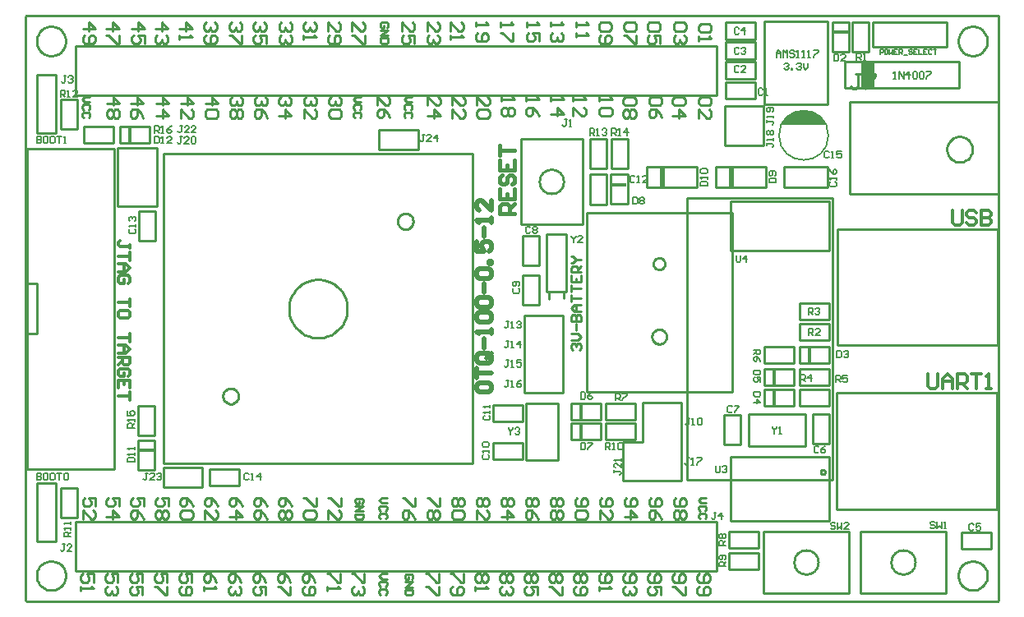
<source format=gto>
G04*
G04 #@! TF.GenerationSoftware,Altium Limited,Altium Designer,19.1.7 (138)*
G04*
G04 Layer_Color=65535*
%FSTAX24Y24*%
%MOIN*%
G70*
G01*
G75*
%ADD10C,0.0070*%
%ADD11C,0.0100*%
%ADD12C,0.0071*%
%ADD13C,0.0157*%
%ADD14C,0.0118*%
%ADD15C,0.0138*%
%ADD16C,0.0197*%
%ADD17R,0.0591X0.0157*%
%ADD18R,0.0157X0.0591*%
%ADD19R,0.0217X0.0719*%
%ADD20R,0.0531X0.1033*%
G36*
X0406Y029259D02*
X042421D01*
X042323Y029436D01*
X042185Y029584D01*
X042028Y029711D01*
X04186Y02979D01*
X041782Y02983D01*
X041493Y029875D01*
X041398Y029859D01*
X04128Y02983D01*
X041073Y029761D01*
X040945Y029682D01*
X040827Y029584D01*
X040718Y029475D01*
X04063Y029347D01*
X0406Y029259D01*
D02*
G37*
D10*
X042506Y028849D02*
G03*
X042506Y028849I-001J0D01*
G01*
D11*
X046048Y011514D02*
G03*
X046048Y011514I-000492J0D01*
G01*
X042113D02*
G03*
X042113Y011514I-000492J0D01*
G01*
X042399Y015169D02*
G03*
X042399Y015169I-000097J0D01*
G01*
X031785Y026957D02*
G03*
X031785Y026957I-000492J0D01*
G01*
X043366Y026486D02*
Y030187D01*
X0494D01*
Y026486D02*
Y030187D01*
X043366Y026486D02*
X0494D01*
X036771Y026287D02*
X042676D01*
X036771Y01487D02*
Y026287D01*
X042676Y01487D02*
Y026287D01*
X036771Y01487D02*
X042676D01*
X030256Y015659D02*
Y017962D01*
Y015659D02*
X031545D01*
X030256Y017962D02*
X031545D01*
Y015659D02*
Y017962D01*
X014493Y016486D02*
X015163D01*
X014493Y015285D02*
Y016486D01*
X015163Y015285D02*
Y016486D01*
X014493Y015285D02*
X015163D01*
X014494Y017864D02*
X015164D01*
X014494Y016663D02*
Y017864D01*
X015164Y016663D02*
Y017864D01*
X014494Y016663D02*
X015164D01*
X01376Y028528D02*
Y029197D01*
Y028528D02*
X014961D01*
X01376Y029197D02*
X014961D01*
Y028528D02*
Y029197D01*
X012323Y028523D02*
Y029192D01*
Y028523D02*
X013524D01*
X012323Y029192D02*
X013524D01*
Y028523D02*
Y029192D01*
X037948Y026752D02*
X039976D01*
X037948D02*
Y027559D01*
X039976D01*
Y026752D02*
Y027559D01*
X035134Y026752D02*
X037162D01*
X035134D02*
Y027559D01*
X037162D01*
Y026752D02*
Y027559D01*
X011181Y012362D02*
Y014724D01*
X010394D02*
X011181D01*
X04255Y024185D02*
Y026185D01*
X024288Y028268D02*
X025863D01*
X03855Y026185D02*
X04255D01*
X030177Y018396D02*
X031752D01*
X024288Y029055D02*
X025863D01*
X010394Y012362D02*
X011181D01*
X025863Y028268D02*
Y029055D01*
X010394Y012362D02*
Y014724D01*
X024288Y028268D02*
Y029055D01*
X03855Y024185D02*
X04255D01*
X031752Y018396D02*
Y021545D01*
X030177Y018396D02*
Y021545D01*
X034967Y016423D02*
Y018017D01*
X011965Y032485D02*
X037975D01*
Y030485D02*
Y032485D01*
X015532Y014571D02*
X017106D01*
X037975Y030485D02*
X037975Y030485D01*
X010394Y028926D02*
X011181D01*
X011965Y030485D02*
Y032485D01*
X011965Y011165D02*
Y013165D01*
X017106Y014571D02*
Y015358D01*
X011965Y030485D02*
X011965Y030485D01*
X037975D01*
X013691Y025965D02*
X015266D01*
X011965Y011165D02*
X037974D01*
X037975Y011165D01*
X037974Y013165D02*
X037975Y013166D01*
X013691Y025965D02*
Y028346D01*
X015532Y015358D02*
X017106D01*
X013691Y028327D02*
X015266D01*
X011181Y028926D02*
Y031288D01*
X037975Y011165D02*
Y013166D01*
X010394Y031288D02*
X011181D01*
X015266Y025965D02*
Y028327D01*
X010394Y028926D02*
Y031288D01*
X034176Y014845D02*
X036542D01*
X0443Y03245D02*
X0473D01*
X038303Y03003D02*
X039878D01*
X0443Y03245D02*
Y03345D01*
X03855Y024185D02*
Y026185D01*
X034967Y018017D02*
X036542D01*
X038303Y028453D02*
X039878D01*
X0473Y03245D02*
Y03345D01*
X034173Y014848D02*
Y016417D01*
X0443Y03345D02*
X0473D01*
X038303Y028453D02*
Y03003D01*
X034173Y014848D02*
X034176Y014845D01*
X039878Y028453D02*
Y03003D01*
X015532Y014571D02*
Y015358D01*
X011965Y013165D02*
X037974D01*
X036542Y014845D02*
Y018017D01*
X034961Y016417D02*
X034967Y016423D01*
X030177Y021545D02*
X031752D01*
X034173Y016417D02*
X034961D01*
X03992Y030096D02*
Y033463D01*
Y030096D02*
X04248D01*
Y033463D01*
X03992D02*
X04248D01*
X043187Y030764D02*
X047813D01*
Y031836D01*
X043187Y030764D02*
Y031836D01*
X047813D01*
X042889Y02505D02*
X049385D01*
X042889Y020326D02*
X049385D01*
X042889D02*
Y02505D01*
X049385Y020326D02*
Y02505D01*
X042839Y0184D02*
X049335D01*
X042839Y013676D02*
X049335D01*
X042839D02*
Y0184D01*
X049335Y013676D02*
Y0184D01*
X033692Y026054D02*
X034361D01*
Y027255D01*
X033692Y026054D02*
Y027255D01*
X034361D01*
X032835Y027254D02*
X033504D01*
X032835Y026053D02*
Y027254D01*
X033504Y026053D02*
Y027254D01*
X032835Y026053D02*
X033504D01*
X0337Y027502D02*
X034369D01*
Y028703D01*
X0337Y027502D02*
Y028703D01*
X034369D01*
X032835Y027502D02*
X033504D01*
Y028703D01*
X032835Y027502D02*
Y028703D01*
X033504D01*
X010071Y020807D02*
X010396D01*
Y022844D01*
X010071D02*
X010396D01*
X010012Y015315D02*
Y028307D01*
Y015315D02*
X013536D01*
Y028307D01*
X010012D02*
X013536D01*
X040719Y027559D02*
X04247D01*
Y026752D02*
Y027559D01*
X040719Y026752D02*
Y027559D01*
Y026752D02*
X04247D01*
X032697Y018425D02*
X038601D01*
X032697D02*
Y025709D01*
X038601Y018425D02*
Y025709D01*
X032697D02*
X038601D01*
X039547Y030335D02*
Y031004D01*
X038346D02*
X039547D01*
X038346Y030335D02*
X039547D01*
X038346D02*
Y031004D01*
X03955Y031152D02*
Y031821D01*
X03835D02*
X03955D01*
X03835Y031152D02*
X03955D01*
X03835D02*
Y031821D01*
X039557Y031952D02*
Y032621D01*
X038356D02*
X039557D01*
X038356Y031952D02*
X039557D01*
X038356D02*
Y032621D01*
X03955Y032752D02*
Y033421D01*
X03835D02*
X03955D01*
X03835Y032752D02*
X03955D01*
X03835D02*
Y033421D01*
X043465Y032243D02*
X044135D01*
Y033444D01*
X043465Y032243D02*
Y033444D01*
X044135D01*
X042669Y03225D02*
X043339D01*
Y03345D01*
X042669Y03225D02*
Y03345D01*
X043339D01*
X0491Y012065D02*
Y012735D01*
X0479D02*
X0491D01*
X0479Y012065D02*
X0491D01*
X0479D02*
Y012735D01*
X043814Y010264D02*
X047288D01*
Y012764D01*
X043814D02*
X047288D01*
X043814Y010264D02*
Y012764D01*
X039878Y010264D02*
X043353D01*
Y012764D01*
X039878D02*
X043353D01*
X039878Y010264D02*
Y012764D01*
X039671Y012115D02*
Y012785D01*
X03847D02*
X039671D01*
X03847Y012115D02*
X039671D01*
X03847D02*
Y012785D01*
X039671Y011237D02*
Y011906D01*
X03847D02*
X039671D01*
X03847Y011237D02*
X039671D01*
X03847D02*
Y011906D01*
X04255Y013191D02*
Y015809D01*
X03855Y013191D02*
X04255D01*
X03855D02*
Y015809D01*
X04255D01*
X038265Y016306D02*
X038935D01*
Y017507D01*
X038265Y016306D02*
Y017507D01*
X038935D01*
X039281Y01754D02*
X041584D01*
X039281Y01625D02*
Y01754D01*
X041584Y01625D02*
Y01754D01*
X039281Y01625D02*
X041584D01*
X042557Y018715D02*
Y019385D01*
X041356D02*
X042557D01*
X041356Y018715D02*
X042557D01*
X041356D02*
Y019385D01*
X042544Y019615D02*
Y020285D01*
X041343D02*
X042544D01*
X041343Y019615D02*
X042544D01*
X041343D02*
Y020285D01*
X041107Y019615D02*
Y020285D01*
X039906D02*
X041107D01*
X039906Y019615D02*
X041107D01*
X039906D02*
Y020285D01*
X033481Y016501D02*
Y017171D01*
Y016501D02*
X034681D01*
X033481Y017171D02*
X034681D01*
Y016501D02*
Y017171D01*
X033481Y017289D02*
Y017958D01*
Y017289D02*
X034681D01*
X033481Y017958D02*
X034681D01*
Y017289D02*
Y017958D01*
X033287Y017293D02*
Y017963D01*
X032087D02*
X033287D01*
X032087Y017293D02*
X033287D01*
X032087D02*
Y017963D01*
X033287Y016506D02*
Y017175D01*
X032087D02*
X033287D01*
X032087Y016506D02*
X033287D01*
X032087D02*
Y017175D01*
X030118Y015715D02*
Y016385D01*
X028917D02*
X030118D01*
X028917Y015715D02*
X030118D01*
X028917D02*
Y016385D01*
X030118Y017243D02*
Y017912D01*
X028917D02*
X030118D01*
X028917Y017243D02*
X030118D01*
X028917D02*
Y017912D01*
X030103Y021978D02*
X030772D01*
Y023179D01*
X030103Y021978D02*
Y023179D01*
X030772D01*
X03188Y022526D02*
Y024848D01*
X03186Y022506D02*
X03188Y022526D01*
X031092D02*
Y024848D01*
X03188D01*
X031092Y022506D02*
X03186D01*
X031092D02*
Y022526D01*
X031762Y022221D02*
Y022496D01*
X031191Y022211D02*
Y022486D01*
X030098Y024764D02*
X030768D01*
X030098Y023563D02*
Y024764D01*
X030768Y023563D02*
Y024764D01*
X030098Y023563D02*
X030768D01*
X030043Y025224D02*
Y028699D01*
Y025224D02*
X032543D01*
Y028699D01*
X030043D02*
X032543D01*
X015532Y028091D02*
X028091D01*
X015532Y015532D02*
X028091D01*
Y028091D01*
X015532Y015532D02*
Y028091D01*
X011365Y014537D02*
X012035D01*
X011365Y013337D02*
Y014537D01*
X012035Y013337D02*
Y014537D01*
X011365Y013337D02*
X012035D01*
X017423Y014629D02*
Y015299D01*
Y014629D02*
X018623D01*
X017423Y015299D02*
X018623D01*
Y014629D02*
Y015299D01*
X014538Y025773D02*
X015207D01*
X014538Y024573D02*
Y025773D01*
X015207Y024573D02*
Y025773D01*
X014538Y024573D02*
X015207D01*
X011365Y029113D02*
X012035D01*
Y030313D01*
X011365Y029113D02*
Y030313D01*
X012035D01*
X041865Y017544D02*
X042535D01*
X041865Y016343D02*
Y017544D01*
X042535Y016343D02*
Y017544D01*
X041865Y016343D02*
X042535D01*
X039906Y018715D02*
Y019385D01*
Y018715D02*
X041107D01*
X039906Y019385D02*
X041107D01*
Y018715D02*
Y019385D01*
X039906Y017865D02*
Y018535D01*
Y017865D02*
X041107D01*
X039906Y018535D02*
X041107D01*
Y017865D02*
Y018535D01*
X041356Y017865D02*
Y018535D01*
Y017865D02*
X042557D01*
X041356Y018535D02*
X042557D01*
Y017865D02*
Y018535D01*
X041336Y021367D02*
Y022037D01*
Y021367D02*
X042537D01*
X041336Y022037D02*
X042537D01*
Y021367D02*
Y022037D01*
X041336Y020521D02*
Y02119D01*
Y020521D02*
X042537D01*
X041336Y02119D02*
X042537D01*
Y020521D02*
Y02119D01*
X024595Y033214D02*
X024647Y033266D01*
Y033371D01*
X024595Y033424D01*
X024385D01*
X024332Y033371D01*
Y033266D01*
X024385Y033214D01*
X02449D01*
Y033319D01*
X024332Y033109D02*
X024647D01*
X024332Y032899D01*
X024647D01*
Y032794D02*
X024332D01*
Y032636D01*
X024385Y032584D01*
X024595D01*
X024647Y032636D01*
Y032794D01*
X012693Y01072D02*
Y011061D01*
X012437D01*
X012522Y010891D01*
Y010805D01*
X012437Y01072D01*
X012266D01*
X012181Y010805D01*
Y010976D01*
X012266Y011061D01*
X012181Y010549D02*
Y010379D01*
Y010464D01*
X012693D01*
X012607Y010549D01*
X013692Y010719D02*
Y011061D01*
X013437D01*
X013522Y01089D01*
Y010805D01*
X013437Y010719D01*
X013266D01*
X013181Y010805D01*
Y010975D01*
X013266Y011061D01*
X013607Y010549D02*
X013692Y010464D01*
Y010293D01*
X013607Y010208D01*
X013522D01*
X013437Y010293D01*
Y010378D01*
Y010293D01*
X013351Y010208D01*
X013266D01*
X013181Y010293D01*
Y010464D01*
X013266Y010549D01*
X014692Y010714D02*
Y011055D01*
X014437D01*
X014522Y010885D01*
Y0108D01*
X014437Y010714D01*
X014266D01*
X014181Y0108D01*
Y01097D01*
X014266Y011055D01*
X014692Y010203D02*
Y010544D01*
X014437D01*
X014522Y010373D01*
Y010288D01*
X014437Y010203D01*
X014266D01*
X014181Y010288D01*
Y010459D01*
X014266Y010544D01*
X015692Y010719D02*
Y01106D01*
X015437D01*
X015522Y010889D01*
Y010804D01*
X015437Y010719D01*
X015266D01*
X015181Y010804D01*
Y010975D01*
X015266Y01106D01*
X015692Y010548D02*
Y010207D01*
X015607D01*
X015266Y010548D01*
X015181D01*
X016692Y010714D02*
Y011055D01*
X016437D01*
X016522Y010885D01*
Y0108D01*
X016437Y010714D01*
X016266D01*
X016181Y0108D01*
Y01097D01*
X016266Y011055D01*
Y010544D02*
X016181Y010459D01*
Y010288D01*
X016266Y010203D01*
X016607D01*
X016692Y010288D01*
Y010459D01*
X016607Y010544D01*
X016522D01*
X016437Y010459D01*
Y010203D01*
X017692Y010714D02*
X017607Y010885D01*
X017437Y011055D01*
X017266D01*
X017181Y01097D01*
Y0108D01*
X017266Y010714D01*
X017351D01*
X017437Y0108D01*
Y011055D01*
X017181Y010544D02*
Y010373D01*
Y010459D01*
X017692D01*
X017607Y010544D01*
X018692Y010714D02*
X018607Y010885D01*
X018437Y011055D01*
X018266D01*
X018181Y01097D01*
Y0108D01*
X018266Y010714D01*
X018351D01*
X018437Y0108D01*
Y011055D01*
X018607Y010544D02*
X018692Y010459D01*
Y010288D01*
X018607Y010203D01*
X018522D01*
X018437Y010288D01*
Y010373D01*
Y010288D01*
X018351Y010203D01*
X018266D01*
X018181Y010288D01*
Y010459D01*
X018266Y010544D01*
X019692Y010714D02*
X019607Y010884D01*
X019437Y011055D01*
X019266D01*
X019181Y01097D01*
Y010799D01*
X019266Y010714D01*
X019351D01*
X019437Y010799D01*
Y011055D01*
X019692Y010202D02*
Y010543D01*
X019437D01*
X019522Y010373D01*
Y010287D01*
X019437Y010202D01*
X019266D01*
X019181Y010287D01*
Y010458D01*
X019266Y010543D01*
X020692Y010719D02*
X020607Y010889D01*
X020437Y01106D01*
X020266D01*
X020181Y010975D01*
Y010804D01*
X020266Y010719D01*
X020351D01*
X020437Y010804D01*
Y01106D01*
X020692Y010548D02*
Y010207D01*
X020607D01*
X020266Y010548D01*
X020181D01*
X021692Y010718D02*
X021607Y010889D01*
X021437Y011059D01*
X021266D01*
X021181Y010974D01*
Y010804D01*
X021266Y010718D01*
X021351D01*
X021437Y010804D01*
Y011059D01*
X021266Y010548D02*
X021181Y010462D01*
Y010292D01*
X021266Y010207D01*
X021607D01*
X021692Y010292D01*
Y010462D01*
X021607Y010548D01*
X021522D01*
X021437Y010462D01*
Y010207D01*
X022696Y011059D02*
Y010718D01*
X022611D01*
X02227Y011059D01*
X022185D01*
Y010547D02*
Y010377D01*
Y010462D01*
X022696D01*
X022611Y010547D01*
X023692Y011055D02*
Y010714D01*
X023607D01*
X023266Y011055D01*
X023181D01*
X023607Y010543D02*
X023692Y010458D01*
Y010287D01*
X023607Y010202D01*
X023522D01*
X023437Y010287D01*
Y010373D01*
Y010287D01*
X023351Y010202D01*
X023266D01*
X023181Y010287D01*
Y010458D01*
X023266Y010543D01*
X024606Y01106D02*
X024396D01*
X024291Y010955D01*
X024396Y01085D01*
X024606D01*
X024554Y010535D02*
X024606Y010588D01*
Y010693D01*
X024554Y010745D01*
X024344D01*
X024291Y010693D01*
Y010588D01*
X024344Y010535D01*
X024554Y01022D02*
X024606Y010273D01*
Y010378D01*
X024554Y01043D01*
X024344D01*
X024291Y010378D01*
Y010273D01*
X024344Y01022D01*
X025597Y010833D02*
X025649Y010886D01*
Y010991D01*
X025597Y011043D01*
X025387D01*
X025335Y010991D01*
Y010886D01*
X025387Y010833D01*
X025492D01*
Y010938D01*
X025335Y010728D02*
X025649D01*
X025335Y010519D01*
X025649D01*
Y010414D02*
X025335D01*
Y010256D01*
X025387Y010204D01*
X025597D01*
X025649Y010256D01*
Y010414D01*
X026703Y011058D02*
Y010717D01*
X026617D01*
X026276Y011058D01*
X026191D01*
X026703Y010546D02*
Y010205D01*
X026617D01*
X026276Y010546D01*
X026191D01*
X027703Y011057D02*
Y010716D01*
X027617D01*
X027276Y011057D01*
X027191D01*
X027276Y010545D02*
X027191Y01046D01*
Y01029D01*
X027276Y010204D01*
X027617D01*
X027703Y01029D01*
Y01046D01*
X027617Y010545D01*
X027532D01*
X027447Y01046D01*
Y010204D01*
X028617Y011057D02*
X028703Y010971D01*
Y010801D01*
X028617Y010715D01*
X028532D01*
X028447Y010801D01*
X028362Y010715D01*
X028276D01*
X028191Y010801D01*
Y010971D01*
X028276Y011057D01*
X028362D01*
X028447Y010971D01*
X028532Y011057D01*
X028617D01*
X028447Y010971D02*
Y010801D01*
X028191Y010545D02*
Y010374D01*
Y01046D01*
X028703D01*
X028617Y010545D01*
X029617Y011054D02*
X029703Y010969D01*
Y010798D01*
X029617Y010713D01*
X029532D01*
X029447Y010798D01*
X029362Y010713D01*
X029276D01*
X029191Y010798D01*
Y010969D01*
X029276Y011054D01*
X029362D01*
X029447Y010969D01*
X029532Y011054D01*
X029617D01*
X029447Y010969D02*
Y010798D01*
X029617Y010543D02*
X029703Y010457D01*
Y010287D01*
X029617Y010202D01*
X029532D01*
X029447Y010287D01*
Y010372D01*
Y010287D01*
X029362Y010202D01*
X029276D01*
X029191Y010287D01*
Y010457D01*
X029276Y010543D01*
X030617Y011056D02*
X030703Y010971D01*
Y0108D01*
X030617Y010715D01*
X030532D01*
X030447Y0108D01*
X030362Y010715D01*
X030276D01*
X030191Y0108D01*
Y010971D01*
X030276Y011056D01*
X030362D01*
X030447Y010971D01*
X030532Y011056D01*
X030617D01*
X030447Y010971D02*
Y0108D01*
X030703Y010203D02*
Y010544D01*
X030447D01*
X030532Y010374D01*
Y010289D01*
X030447Y010203D01*
X030276D01*
X030191Y010289D01*
Y010459D01*
X030276Y010544D01*
X031617Y011055D02*
X031703Y01097D01*
Y0108D01*
X031617Y010714D01*
X031532D01*
X031447Y0108D01*
X031362Y010714D01*
X031276D01*
X031191Y0108D01*
Y01097D01*
X031276Y011055D01*
X031362D01*
X031447Y01097D01*
X031532Y011055D01*
X031617D01*
X031447Y01097D02*
Y0108D01*
X031703Y010544D02*
Y010203D01*
X031617D01*
X031276Y010544D01*
X031191D01*
X032617Y011055D02*
X032703Y01097D01*
Y010799D01*
X032617Y010714D01*
X032532D01*
X032447Y010799D01*
X032362Y010714D01*
X032276D01*
X032191Y010799D01*
Y01097D01*
X032276Y011055D01*
X032362D01*
X032447Y01097D01*
X032532Y011055D01*
X032617D01*
X032447Y01097D02*
Y010799D01*
X032276Y010543D02*
X032191Y010458D01*
Y010287D01*
X032276Y010202D01*
X032617D01*
X032703Y010287D01*
Y010458D01*
X032617Y010543D01*
X032532D01*
X032447Y010458D01*
Y010202D01*
X033282Y011054D02*
X033197Y010969D01*
Y010798D01*
X033282Y010713D01*
X033623D01*
X033709Y010798D01*
Y010969D01*
X033623Y011054D01*
X033538D01*
X033453Y010969D01*
Y010713D01*
X033197Y010543D02*
Y010372D01*
Y010457D01*
X033709D01*
X033623Y010543D01*
X034276Y011054D02*
X034191Y010969D01*
Y010798D01*
X034276Y010713D01*
X034617D01*
X034703Y010798D01*
Y010969D01*
X034617Y011054D01*
X034532D01*
X034447Y010969D01*
Y010713D01*
X034617Y010543D02*
X034703Y010457D01*
Y010287D01*
X034617Y010202D01*
X034532D01*
X034447Y010287D01*
Y010372D01*
Y010287D01*
X034362Y010202D01*
X034276D01*
X034191Y010287D01*
Y010457D01*
X034276Y010543D01*
X035276Y011054D02*
X035191Y010969D01*
Y010798D01*
X035276Y010713D01*
X035617D01*
X035703Y010798D01*
Y010969D01*
X035617Y011054D01*
X035532D01*
X035447Y010969D01*
Y010713D01*
X035703Y010202D02*
Y010543D01*
X035447D01*
X035532Y010372D01*
Y010287D01*
X035447Y010202D01*
X035276D01*
X035191Y010287D01*
Y010457D01*
X035276Y010543D01*
X036276Y011054D02*
X036191Y010969D01*
Y010798D01*
X036276Y010713D01*
X036617D01*
X036703Y010798D01*
Y010969D01*
X036617Y011054D01*
X036532D01*
X036447Y010969D01*
Y010713D01*
X036703Y010543D02*
Y010202D01*
X036617D01*
X036276Y010543D01*
X036191D01*
X037276Y011054D02*
X037191Y010968D01*
Y010798D01*
X037276Y010713D01*
X037617D01*
X037703Y010798D01*
Y010968D01*
X037617Y011054D01*
X037532D01*
X037447Y010968D01*
Y010713D01*
X037276Y010542D02*
X037191Y010457D01*
Y010286D01*
X037276Y010201D01*
X037617D01*
X037703Y010286D01*
Y010457D01*
X037617Y010542D01*
X037532D01*
X037447Y010457D01*
Y010201D01*
X012776Y013793D02*
Y014134D01*
X01252D01*
X012605Y013963D01*
Y013878D01*
X01252Y013793D01*
X012349D01*
X012264Y013878D01*
Y014049D01*
X012349Y014134D01*
X012264Y013281D02*
Y013622D01*
X012605Y013281D01*
X01269D01*
X012776Y013366D01*
Y013537D01*
X01269Y013622D01*
X013732Y013793D02*
Y014134D01*
X013476D01*
X013561Y013963D01*
Y013878D01*
X013476Y013793D01*
X013306D01*
X01322Y013878D01*
Y014049D01*
X013306Y014134D01*
X01322Y013366D02*
X013732D01*
X013476Y013622D01*
Y013281D01*
X014732Y013793D02*
Y014134D01*
X014476D01*
X014561Y013963D01*
Y013878D01*
X014476Y013793D01*
X014306D01*
X01422Y013878D01*
Y014049D01*
X014306Y014134D01*
X014732Y013281D02*
X014647Y013452D01*
X014476Y013622D01*
X014306D01*
X01422Y013537D01*
Y013366D01*
X014306Y013281D01*
X014391D01*
X014476Y013366D01*
Y013622D01*
X015732Y013793D02*
Y014134D01*
X015476D01*
X015561Y013963D01*
Y013878D01*
X015476Y013793D01*
X015306D01*
X01522Y013878D01*
Y014049D01*
X015306Y014134D01*
X015647Y013622D02*
X015732Y013537D01*
Y013366D01*
X015647Y013281D01*
X015561D01*
X015476Y013366D01*
X015391Y013281D01*
X015306D01*
X01522Y013366D01*
Y013537D01*
X015306Y013622D01*
X015391D01*
X015476Y013537D01*
X015561Y013622D01*
X015647D01*
X015476Y013537D02*
Y013366D01*
X016732Y013793D02*
X016647Y013963D01*
X016476Y014134D01*
X016306D01*
X01622Y014049D01*
Y013878D01*
X016306Y013793D01*
X016391D01*
X016476Y013878D01*
Y014134D01*
X016647Y013622D02*
X016732Y013537D01*
Y013366D01*
X016647Y013281D01*
X016306D01*
X01622Y013366D01*
Y013537D01*
X016306Y013622D01*
X016647D01*
X017732Y013793D02*
X017647Y013963D01*
X017476Y014134D01*
X017306D01*
X01722Y014049D01*
Y013878D01*
X017306Y013793D01*
X017391D01*
X017476Y013878D01*
Y014134D01*
X01722Y013281D02*
Y013622D01*
X017561Y013281D01*
X017647D01*
X017732Y013366D01*
Y013537D01*
X017647Y013622D01*
X018732Y013793D02*
X018647Y013963D01*
X018476Y014134D01*
X018306D01*
X01822Y014049D01*
Y013878D01*
X018306Y013793D01*
X018391D01*
X018476Y013878D01*
Y014134D01*
X01822Y013366D02*
X018732D01*
X018476Y013622D01*
Y013281D01*
X019732Y013793D02*
X019647Y013963D01*
X019476Y014134D01*
X019306D01*
X01922Y014049D01*
Y013878D01*
X019306Y013793D01*
X019391D01*
X019476Y013878D01*
Y014134D01*
X019732Y013281D02*
X019647Y013452D01*
X019476Y013622D01*
X019306D01*
X01922Y013537D01*
Y013366D01*
X019306Y013281D01*
X019391D01*
X019476Y013366D01*
Y013622D01*
X020732Y013793D02*
X020647Y013963D01*
X020476Y014134D01*
X020306D01*
X02022Y014049D01*
Y013878D01*
X020306Y013793D01*
X020391D01*
X020476Y013878D01*
Y014134D01*
X020647Y013622D02*
X020732Y013537D01*
Y013366D01*
X020647Y013281D01*
X020561D01*
X020476Y013366D01*
X020391Y013281D01*
X020306D01*
X02022Y013366D01*
Y013537D01*
X020306Y013622D01*
X020391D01*
X020476Y013537D01*
X020561Y013622D01*
X020647D01*
X020476Y013537D02*
Y013366D01*
X021732Y014134D02*
Y013793D01*
X021647D01*
X021306Y014134D01*
X02122D01*
X021647Y013622D02*
X021732Y013537D01*
Y013366D01*
X021647Y013281D01*
X021306D01*
X02122Y013366D01*
Y013537D01*
X021306Y013622D01*
X021647D01*
X022732Y014134D02*
Y013793D01*
X022647D01*
X022306Y014134D01*
X02222D01*
Y013281D02*
Y013622D01*
X022561Y013281D01*
X022647D01*
X022732Y013366D01*
Y013537D01*
X022647Y013622D01*
X023579Y013904D02*
X023632Y013957D01*
Y014062D01*
X023579Y014114D01*
X023369D01*
X023317Y014062D01*
Y013957D01*
X023369Y013904D01*
X023474D01*
Y014009D01*
X023317Y013799D02*
X023632D01*
X023317Y013589D01*
X023632D01*
Y013484D02*
X023317D01*
Y013327D01*
X023369Y013275D01*
X023579D01*
X023632Y013327D01*
Y013484D01*
X024606Y014134D02*
X024396D01*
X024291Y014029D01*
X024396Y013924D01*
X024606D01*
X024554Y013609D02*
X024606Y013662D01*
Y013767D01*
X024554Y013819D01*
X024344D01*
X024291Y013767D01*
Y013662D01*
X024344Y013609D01*
X024554Y013294D02*
X024606Y013347D01*
Y013452D01*
X024554Y013504D01*
X024344D01*
X024291Y013452D01*
Y013347D01*
X024344Y013294D01*
X025742Y014134D02*
Y013793D01*
X025657D01*
X025316Y014134D01*
X025231D01*
X025742Y013281D02*
X025657Y013452D01*
X025486Y013622D01*
X025316D01*
X025231Y013537D01*
Y013366D01*
X025316Y013281D01*
X025401D01*
X025486Y013366D01*
Y013622D01*
X026742Y014134D02*
Y013793D01*
X026657D01*
X026316Y014134D01*
X02623D01*
X026657Y013622D02*
X026742Y013537D01*
Y013366D01*
X026657Y013281D01*
X026572D01*
X026486Y013366D01*
X026401Y013281D01*
X026316D01*
X02623Y013366D01*
Y013537D01*
X026316Y013622D01*
X026401D01*
X026486Y013537D01*
X026572Y013622D01*
X026657D01*
X026486Y013537D02*
Y013366D01*
X027657Y014134D02*
X027742Y014049D01*
Y013878D01*
X027657Y013793D01*
X027572D01*
X027486Y013878D01*
X027401Y013793D01*
X027316D01*
X02723Y013878D01*
Y014049D01*
X027316Y014134D01*
X027401D01*
X027486Y014049D01*
X027572Y014134D01*
X027657D01*
X027486Y014049D02*
Y013878D01*
X027657Y013622D02*
X027742Y013537D01*
Y013366D01*
X027657Y013281D01*
X027316D01*
X02723Y013366D01*
Y013537D01*
X027316Y013622D01*
X027657D01*
X028657Y014134D02*
X028742Y014049D01*
Y013878D01*
X028657Y013793D01*
X028572D01*
X028486Y013878D01*
X028401Y013793D01*
X028316D01*
X02823Y013878D01*
Y014049D01*
X028316Y014134D01*
X028401D01*
X028486Y014049D01*
X028572Y014134D01*
X028657D01*
X028486Y014049D02*
Y013878D01*
X02823Y013281D02*
Y013622D01*
X028572Y013281D01*
X028657D01*
X028742Y013366D01*
Y013537D01*
X028657Y013622D01*
X029657Y014134D02*
X029742Y014049D01*
Y013878D01*
X029657Y013793D01*
X029572D01*
X029486Y013878D01*
X029401Y013793D01*
X029316D01*
X02923Y013878D01*
Y014049D01*
X029316Y014134D01*
X029401D01*
X029486Y014049D01*
X029572Y014134D01*
X029657D01*
X029486Y014049D02*
Y013878D01*
X02923Y013366D02*
X029742D01*
X029486Y013622D01*
Y013281D01*
X030657Y014134D02*
X030742Y014049D01*
Y013878D01*
X030657Y013793D01*
X030572D01*
X030486Y013878D01*
X030401Y013793D01*
X030316D01*
X03023Y013878D01*
Y014049D01*
X030316Y014134D01*
X030401D01*
X030486Y014049D01*
X030572Y014134D01*
X030657D01*
X030486Y014049D02*
Y013878D01*
X030742Y013281D02*
X030657Y013452D01*
X030486Y013622D01*
X030316D01*
X03023Y013537D01*
Y013366D01*
X030316Y013281D01*
X030401D01*
X030486Y013366D01*
Y013622D01*
X031657Y014134D02*
X031742Y014049D01*
Y013878D01*
X031657Y013793D01*
X031572D01*
X031486Y013878D01*
X031401Y013793D01*
X031316D01*
X03123Y013878D01*
Y014049D01*
X031316Y014134D01*
X031401D01*
X031486Y014049D01*
X031572Y014134D01*
X031657D01*
X031486Y014049D02*
Y013878D01*
X031657Y013622D02*
X031742Y013537D01*
Y013366D01*
X031657Y013281D01*
X031572D01*
X031486Y013366D01*
X031401Y013281D01*
X031316D01*
X03123Y013366D01*
Y013537D01*
X031316Y013622D01*
X031401D01*
X031486Y013537D01*
X031572Y013622D01*
X031657D01*
X031486Y013537D02*
Y013366D01*
X032316Y014134D02*
X03223Y014049D01*
Y013878D01*
X032316Y013793D01*
X032657D01*
X032742Y013878D01*
Y014049D01*
X032657Y014134D01*
X032572D01*
X032486Y014049D01*
Y013793D01*
X032657Y013622D02*
X032742Y013537D01*
Y013366D01*
X032657Y013281D01*
X032316D01*
X03223Y013366D01*
Y013537D01*
X032316Y013622D01*
X032657D01*
X033316Y014134D02*
X03323Y014049D01*
Y013878D01*
X033316Y013793D01*
X033657D01*
X033742Y013878D01*
Y014049D01*
X033657Y014134D01*
X033572D01*
X033486Y014049D01*
Y013793D01*
X03323Y013281D02*
Y013622D01*
X033572Y013281D01*
X033657D01*
X033742Y013366D01*
Y013537D01*
X033657Y013622D01*
X034316Y014134D02*
X03423Y014049D01*
Y013878D01*
X034316Y013793D01*
X034657D01*
X034742Y013878D01*
Y014049D01*
X034657Y014134D01*
X034572D01*
X034486Y014049D01*
Y013793D01*
X03423Y013366D02*
X034742D01*
X034486Y013622D01*
Y013281D01*
X035316Y014134D02*
X03523Y014049D01*
Y013878D01*
X035316Y013793D01*
X035657D01*
X035742Y013878D01*
Y014049D01*
X035657Y014134D01*
X035572D01*
X035486Y014049D01*
Y013793D01*
X035742Y013281D02*
X035657Y013452D01*
X035486Y013622D01*
X035316D01*
X03523Y013537D01*
Y013366D01*
X035316Y013281D01*
X035401D01*
X035486Y013366D01*
Y013622D01*
X036316Y014134D02*
X03623Y014049D01*
Y013878D01*
X036316Y013793D01*
X036657D01*
X036742Y013878D01*
Y014049D01*
X036657Y014134D01*
X036571D01*
X036486Y014049D01*
Y013793D01*
X036657Y013622D02*
X036742Y013537D01*
Y013366D01*
X036657Y013281D01*
X036571D01*
X036486Y013366D01*
X036401Y013281D01*
X036316D01*
X03623Y013366D01*
Y013537D01*
X036316Y013622D01*
X036401D01*
X036486Y013537D01*
X036571Y013622D01*
X036657D01*
X036486Y013537D02*
Y013366D01*
X037559Y014134D02*
X037349D01*
X037244Y014029D01*
X037349Y013924D01*
X037559D01*
X037506Y013609D02*
X037559Y013662D01*
Y013767D01*
X037506Y013819D01*
X037297D01*
X037244Y013767D01*
Y013662D01*
X037297Y013609D01*
X037506Y013294D02*
X037559Y013347D01*
Y013452D01*
X037506Y013504D01*
X037297D01*
X037244Y013452D01*
Y013347D01*
X037297Y013294D01*
X024212Y030076D02*
Y030417D01*
X024553Y030076D01*
X024639D01*
X024724Y030161D01*
Y030331D01*
X024639Y030417D01*
X024724Y029564D02*
X024639Y029735D01*
X024468Y029905D01*
X024298D01*
X024212Y02982D01*
Y029649D01*
X024298Y029564D01*
X024383D01*
X024468Y029649D01*
Y029905D01*
X012556Y030403D02*
X012346D01*
X012241Y030299D01*
X012346Y030194D01*
X012556D01*
X012504Y029879D02*
X012556Y029931D01*
Y030036D01*
X012504Y030089D01*
X012294D01*
X012241Y030036D01*
Y029931D01*
X012294Y029879D01*
X012504Y029564D02*
X012556Y029616D01*
Y029721D01*
X012504Y029774D01*
X012294D01*
X012241Y029721D01*
Y029616D01*
X012294Y029564D01*
X013241Y030148D02*
X013753D01*
X013497Y030403D01*
Y030062D01*
X013668Y029892D02*
X013753Y029807D01*
Y029636D01*
X013668Y029551D01*
X013582D01*
X013497Y029636D01*
X013412Y029551D01*
X013327D01*
X013241Y029636D01*
Y029807D01*
X013327Y029892D01*
X013412D01*
X013497Y029807D01*
X013582Y029892D01*
X013668D01*
X013497Y029807D02*
Y029636D01*
X014206Y030148D02*
X014717D01*
X014462Y030403D01*
Y030062D01*
X014717Y029551D02*
X014632Y029721D01*
X014462Y029892D01*
X014291D01*
X014206Y029807D01*
Y029636D01*
X014291Y029551D01*
X014376D01*
X014462Y029636D01*
Y029892D01*
X015241Y030148D02*
X015753D01*
X015497Y030403D01*
Y030062D01*
X015241Y029636D02*
X015753D01*
X015497Y029892D01*
Y029551D01*
X016241Y030148D02*
X016753D01*
X016497Y030403D01*
Y030062D01*
X016241Y029551D02*
Y029892D01*
X016582Y029551D01*
X016667D01*
X016753Y029636D01*
Y029807D01*
X016667Y029892D01*
X017241Y030147D02*
X017753D01*
X017497Y030403D01*
Y030062D01*
X017667Y029891D02*
X017753Y029806D01*
Y029635D01*
X017667Y02955D01*
X017326D01*
X017241Y029635D01*
Y029806D01*
X017326Y029891D01*
X017667D01*
X018668Y030403D02*
X018753Y030318D01*
Y030147D01*
X018668Y030062D01*
X018582D01*
X018497Y030147D01*
Y030232D01*
Y030147D01*
X018412Y030062D01*
X018326D01*
X018241Y030147D01*
Y030318D01*
X018326Y030403D01*
X018668Y029891D02*
X018753Y029806D01*
Y029635D01*
X018668Y02955D01*
X018582D01*
X018497Y029635D01*
X018412Y02955D01*
X018326D01*
X018241Y029635D01*
Y029806D01*
X018326Y029891D01*
X018412D01*
X018497Y029806D01*
X018582Y029891D01*
X018668D01*
X018497Y029806D02*
Y029635D01*
X019668Y030403D02*
X019753Y030318D01*
Y030147D01*
X019668Y030062D01*
X019582D01*
X019497Y030147D01*
Y030232D01*
Y030147D01*
X019412Y030062D01*
X019326D01*
X019241Y030147D01*
Y030318D01*
X019326Y030403D01*
X019753Y02955D02*
X019668Y029721D01*
X019497Y029891D01*
X019326D01*
X019241Y029806D01*
Y029635D01*
X019326Y02955D01*
X019412D01*
X019497Y029635D01*
Y029891D01*
X020636Y030403D02*
X020721Y030318D01*
Y030147D01*
X020636Y030062D01*
X020551D01*
X020465Y030147D01*
Y030232D01*
Y030147D01*
X02038Y030062D01*
X020295D01*
X02021Y030147D01*
Y030318D01*
X020295Y030403D01*
X02021Y029635D02*
X020721D01*
X020465Y029891D01*
Y02955D01*
X021667Y030403D02*
X021753Y030318D01*
Y030148D01*
X021667Y030062D01*
X021582D01*
X021497Y030148D01*
Y030233D01*
Y030148D01*
X021412Y030062D01*
X021326D01*
X021241Y030148D01*
Y030318D01*
X021326Y030403D01*
X021241Y029551D02*
Y029892D01*
X021582Y029551D01*
X021667D01*
X021753Y029636D01*
Y029807D01*
X021667Y029892D01*
X022672Y030403D02*
X022757Y030318D01*
Y030147D01*
X022672Y030062D01*
X022586D01*
X022501Y030147D01*
Y030232D01*
Y030147D01*
X022416Y030062D01*
X02233D01*
X022245Y030147D01*
Y030318D01*
X02233Y030403D01*
X022672Y029891D02*
X022757Y029806D01*
Y029635D01*
X022672Y02955D01*
X02233D01*
X022245Y029635D01*
Y029806D01*
X02233Y029891D01*
X022672D01*
X023556Y030403D02*
X023346D01*
X023241Y030298D01*
X023346Y030193D01*
X023556D01*
X023504Y029878D02*
X023556Y029931D01*
Y030036D01*
X023504Y030088D01*
X023294D01*
X023241Y030036D01*
Y029931D01*
X023294Y029878D01*
X023504Y029563D02*
X023556Y029616D01*
Y029721D01*
X023504Y029773D01*
X023294D01*
X023241Y029721D01*
Y029616D01*
X023294Y029563D01*
X02562Y030404D02*
X02541D01*
X025305Y030299D01*
X02541Y030194D01*
X02562D01*
X025568Y029879D02*
X02562Y029931D01*
Y030036D01*
X025568Y030089D01*
X025358D01*
X025305Y030036D01*
Y029931D01*
X025358Y029879D01*
X025568Y029564D02*
X02562Y029616D01*
Y029721D01*
X025568Y029774D01*
X025358D01*
X025305Y029721D01*
Y029616D01*
X025358Y029564D01*
X026251Y030062D02*
Y030403D01*
X026593Y030062D01*
X026678D01*
X026763Y030147D01*
Y030318D01*
X026678Y030403D01*
X026251Y029635D02*
X026763D01*
X026507Y029891D01*
Y02955D01*
X027251Y030061D02*
Y030402D01*
X027592Y030061D01*
X027678D01*
X027763Y030147D01*
Y030317D01*
X027678Y030402D01*
X027251Y02955D02*
Y029891D01*
X027592Y02955D01*
X027678D01*
X027763Y029635D01*
Y029805D01*
X027678Y029891D01*
X028251Y030061D02*
Y030402D01*
X028592Y030061D01*
X028678D01*
X028763Y030147D01*
Y030317D01*
X028678Y030402D01*
Y029891D02*
X028763Y029805D01*
Y029635D01*
X028678Y02955D01*
X028337D01*
X028251Y029635D01*
Y029805D01*
X028337Y029891D01*
X028678D01*
X029251Y030402D02*
Y030232D01*
Y030317D01*
X029763D01*
X029678Y030402D01*
Y029976D02*
X029763Y029891D01*
Y02972D01*
X029678Y029635D01*
X029592D01*
X029507Y02972D01*
X029422Y029635D01*
X029337D01*
X029251Y02972D01*
Y029891D01*
X029337Y029976D01*
X029422D01*
X029507Y029891D01*
X029592Y029976D01*
X029678D01*
X029507Y029891D02*
Y02972D01*
X030251Y030402D02*
Y030232D01*
Y030317D01*
X030763D01*
X030678Y030402D01*
X030763Y029635D02*
X030678Y029805D01*
X030507Y029976D01*
X030337D01*
X030251Y029891D01*
Y02972D01*
X030337Y029635D01*
X030422D01*
X030507Y02972D01*
Y029976D01*
X031251Y030402D02*
Y030232D01*
Y030317D01*
X031763D01*
X031678Y030402D01*
X031251Y02972D02*
X031763D01*
X031507Y029976D01*
Y029635D01*
X032155Y030402D02*
Y030232D01*
Y030317D01*
X032667D01*
X032582Y030402D01*
X032155Y029635D02*
Y029976D01*
X032496Y029635D01*
X032582D01*
X032667Y02972D01*
Y029891D01*
X032582Y029976D01*
X033223Y030402D02*
Y030232D01*
Y030317D01*
X033735D01*
X03365Y030402D01*
Y029976D02*
X033735Y029891D01*
Y02972D01*
X03365Y029635D01*
X033309D01*
X033223Y02972D01*
Y029891D01*
X033309Y029976D01*
X03365D01*
X034611Y030402D02*
X034696Y030317D01*
Y030147D01*
X034611Y030061D01*
X03427D01*
X034184Y030147D01*
Y030317D01*
X03427Y030402D01*
X034611D01*
Y029891D02*
X034696Y029805D01*
Y029635D01*
X034611Y02955D01*
X034526D01*
X03444Y029635D01*
X034355Y02955D01*
X03427D01*
X034184Y029635D01*
Y029805D01*
X03427Y029891D01*
X034355D01*
X03444Y029805D01*
X034526Y029891D01*
X034611D01*
X03444Y029805D02*
Y029635D01*
X035664Y030417D02*
X035749Y030332D01*
Y030161D01*
X035664Y030076D01*
X035323D01*
X035238Y030161D01*
Y030332D01*
X035323Y030417D01*
X035664D01*
X035749Y029565D02*
X035664Y029735D01*
X035493Y029906D01*
X035323D01*
X035238Y02982D01*
Y02965D01*
X035323Y029565D01*
X035408D01*
X035493Y02965D01*
Y029906D01*
X036617Y030402D02*
X036703Y030317D01*
Y030147D01*
X036617Y030061D01*
X036276D01*
X036191Y030147D01*
Y030317D01*
X036276Y030402D01*
X036617D01*
X036191Y029635D02*
X036703D01*
X036447Y029891D01*
Y02955D01*
X012264Y033169D02*
X012776D01*
X01252Y033425D01*
Y033084D01*
X012349Y032914D02*
X012264Y032828D01*
Y032658D01*
X012349Y032572D01*
X01269D01*
X012776Y032658D01*
Y032828D01*
X01269Y032914D01*
X012605D01*
X01252Y032828D01*
Y032572D01*
X013218Y033169D02*
X01373D01*
X013474Y033425D01*
Y033084D01*
X01373Y032914D02*
Y032572D01*
X013645D01*
X013304Y032914D01*
X013218D01*
X014252Y033169D02*
X014764D01*
X014508Y033425D01*
Y033084D01*
X014764Y032572D02*
Y032914D01*
X014508D01*
X014593Y032743D01*
Y032658D01*
X014508Y032572D01*
X014337D01*
X014252Y032658D01*
Y032828D01*
X014337Y032914D01*
X015207Y033169D02*
X015719D01*
X015463Y033425D01*
Y033084D01*
X015633Y032914D02*
X015719Y032828D01*
Y032658D01*
X015633Y032572D01*
X015548D01*
X015463Y032658D01*
Y032743D01*
Y032658D01*
X015378Y032572D01*
X015292D01*
X015207Y032658D01*
Y032828D01*
X015292Y032914D01*
X016181Y033165D02*
X016693D01*
X016437Y033421D01*
Y03308D01*
X016181Y032909D02*
Y032739D01*
Y032824D01*
X016693D01*
X016607Y032909D01*
X017611Y033421D02*
X017697Y033336D01*
Y033165D01*
X017611Y03308D01*
X017526D01*
X017441Y033165D01*
Y033251D01*
Y033165D01*
X017356Y03308D01*
X01727D01*
X017185Y033165D01*
Y033336D01*
X01727Y033421D01*
Y032909D02*
X017185Y032824D01*
Y032654D01*
X01727Y032568D01*
X017611D01*
X017697Y032654D01*
Y032824D01*
X017611Y032909D01*
X017526D01*
X017441Y032824D01*
Y032568D01*
X018635Y033421D02*
X01872Y033336D01*
Y033165D01*
X018635Y03308D01*
X01855D01*
X018464Y033165D01*
Y033251D01*
Y033165D01*
X018379Y03308D01*
X018294D01*
X018209Y033165D01*
Y033336D01*
X018294Y033421D01*
X01872Y032909D02*
Y032568D01*
X018635D01*
X018294Y032909D01*
X018209D01*
X019609Y033425D02*
X019695Y03334D01*
Y033169D01*
X019609Y033084D01*
X019524D01*
X019439Y033169D01*
Y033255D01*
Y033169D01*
X019354Y033084D01*
X019268D01*
X019183Y033169D01*
Y03334D01*
X019268Y033425D01*
X019695Y032572D02*
Y032914D01*
X019439D01*
X019524Y032743D01*
Y032658D01*
X019439Y032572D01*
X019268D01*
X019183Y032658D01*
Y032828D01*
X019268Y032914D01*
X020663Y033421D02*
X020748Y033336D01*
Y033165D01*
X020663Y03308D01*
X020577D01*
X020492Y033165D01*
Y033251D01*
Y033165D01*
X020407Y03308D01*
X020321D01*
X020236Y033165D01*
Y033336D01*
X020321Y033421D01*
X020663Y032909D02*
X020748Y032824D01*
Y032654D01*
X020663Y032568D01*
X020577D01*
X020492Y032654D01*
Y032739D01*
Y032654D01*
X020407Y032568D01*
X020321D01*
X020236Y032654D01*
Y032824D01*
X020321Y032909D01*
X021647Y033421D02*
X021732Y033336D01*
Y033165D01*
X021647Y03308D01*
X021562D01*
X021476Y033165D01*
Y033251D01*
Y033165D01*
X021391Y03308D01*
X021306D01*
X02122Y033165D01*
Y033336D01*
X021306Y033421D01*
X02122Y032909D02*
Y032739D01*
Y032824D01*
X021732D01*
X021647Y032909D01*
X022205Y03308D02*
Y033421D01*
X022546Y03308D01*
X022631D01*
X022716Y033165D01*
Y033336D01*
X022631Y033421D01*
X02229Y032909D02*
X022205Y032824D01*
Y032654D01*
X02229Y032568D01*
X022631D01*
X022716Y032654D01*
Y032824D01*
X022631Y032909D01*
X022546D01*
X022461Y032824D01*
Y032568D01*
X023189Y03308D02*
Y033421D01*
X02353Y03308D01*
X023615D01*
X023701Y033165D01*
Y033336D01*
X023615Y033421D01*
X023701Y032909D02*
Y032568D01*
X023615D01*
X023274Y032909D01*
X023189D01*
X025205Y033084D02*
Y033425D01*
X025546Y033084D01*
X025632D01*
X025717Y033169D01*
Y03334D01*
X025632Y033425D01*
X025717Y032572D02*
Y032914D01*
X025461D01*
X025546Y032743D01*
Y032658D01*
X025461Y032572D01*
X02529D01*
X025205Y032658D01*
Y032828D01*
X02529Y032914D01*
X02623Y033084D02*
Y033425D01*
X026571Y033084D01*
X026657D01*
X026742Y033169D01*
Y03334D01*
X026657Y033425D01*
Y032914D02*
X026742Y032828D01*
Y032658D01*
X026657Y032572D01*
X026571D01*
X026486Y032658D01*
Y032743D01*
Y032658D01*
X026401Y032572D01*
X026316D01*
X02623Y032658D01*
Y032828D01*
X026316Y032914D01*
X027185Y033084D02*
Y033425D01*
X027526Y033084D01*
X027611D01*
X027697Y033169D01*
Y03334D01*
X027611Y033425D01*
X027185Y032914D02*
Y032743D01*
Y032828D01*
X027697D01*
X027611Y032914D01*
X028199Y033425D02*
Y033255D01*
Y03334D01*
X02871D01*
X028625Y033425D01*
X028284Y032999D02*
X028199Y032914D01*
Y032743D01*
X028284Y032658D01*
X028625D01*
X02871Y032743D01*
Y032914D01*
X028625Y032999D01*
X02854D01*
X028455Y032914D01*
Y032658D01*
X029203Y033421D02*
Y033251D01*
Y033336D01*
X029714D01*
X029629Y033421D01*
X029714Y032995D02*
Y032654D01*
X029629D01*
X029288Y032995D01*
X029203D01*
X030266Y033421D02*
Y033251D01*
Y033336D01*
X030777D01*
X030692Y033421D01*
X030777Y032654D02*
Y032995D01*
X030522D01*
X030607Y032824D01*
Y032739D01*
X030522Y032654D01*
X030351D01*
X030266Y032739D01*
Y032909D01*
X030351Y032995D01*
X03124Y033425D02*
Y033255D01*
Y03334D01*
X031752D01*
X031667Y033425D01*
Y032999D02*
X031752Y032914D01*
Y032743D01*
X031667Y032658D01*
X031581D01*
X031496Y032743D01*
Y032828D01*
Y032743D01*
X031411Y032658D01*
X031325D01*
X03124Y032743D01*
Y032914D01*
X031325Y032999D01*
X032264Y033421D02*
Y033251D01*
Y033336D01*
X032775D01*
X03269Y033421D01*
X032264Y032995D02*
Y032824D01*
Y032909D01*
X032775D01*
X03269Y032995D01*
X033625Y033421D02*
X03371Y033336D01*
Y033165D01*
X033625Y03308D01*
X033284D01*
X033199Y033165D01*
Y033336D01*
X033284Y033421D01*
X033625D01*
X033284Y032909D02*
X033199Y032824D01*
Y032654D01*
X033284Y032568D01*
X033625D01*
X03371Y032654D01*
Y032824D01*
X033625Y032909D01*
X03354D01*
X033455Y032824D01*
Y032568D01*
X034639Y033425D02*
X034724Y03334D01*
Y033169D01*
X034639Y033084D01*
X034298D01*
X034213Y033169D01*
Y03334D01*
X034298Y033425D01*
X034639D01*
X034724Y032914D02*
Y032572D01*
X034639D01*
X034298Y032914D01*
X034213D01*
X035597Y033421D02*
X035682Y033336D01*
Y033165D01*
X035597Y03308D01*
X035256D01*
X035171Y033165D01*
Y033336D01*
X035256Y033421D01*
X035597D01*
X035682Y032568D02*
Y032909D01*
X035427D01*
X035512Y032739D01*
Y032654D01*
X035427Y032568D01*
X035256D01*
X035171Y032654D01*
Y032824D01*
X035256Y032909D01*
X036657Y033425D02*
X036742Y03334D01*
Y033169D01*
X036657Y033084D01*
X036316D01*
X03623Y033169D01*
Y03334D01*
X036316Y033425D01*
X036657D01*
Y032914D02*
X036742Y032828D01*
Y032658D01*
X036657Y032572D01*
X036571D01*
X036486Y032658D01*
Y032743D01*
Y032658D01*
X036401Y032572D01*
X036316D01*
X03623Y032658D01*
Y032828D01*
X036316Y032914D01*
X03767Y030402D02*
X037756Y030317D01*
Y030146D01*
X03767Y030061D01*
X037329D01*
X037244Y030146D01*
Y030317D01*
X037329Y030402D01*
X03767D01*
X037244Y029549D02*
Y02989D01*
X037585Y029549D01*
X03767D01*
X037756Y029634D01*
Y029805D01*
X03767Y02989D01*
Y033366D02*
X037756Y033281D01*
Y03311D01*
X03767Y033025D01*
X037329D01*
X037244Y03311D01*
Y033281D01*
X037329Y033366D01*
X03767D01*
X037244Y032854D02*
Y032684D01*
Y032769D01*
X037756D01*
X03767Y032854D01*
X043815Y031348D02*
X043615D01*
X043715D01*
Y030848D01*
X043615Y030748D01*
X043515D01*
X043415Y030848D01*
X044015Y031348D02*
X044414D01*
Y031248D01*
X044015Y030848D01*
Y030748D01*
X032147Y020138D02*
X032081Y020204D01*
Y020335D01*
X032147Y020401D01*
X032212D01*
X032278Y020335D01*
Y02027D01*
Y020335D01*
X032344Y020401D01*
X032409D01*
X032475Y020335D01*
Y020204D01*
X032409Y020138D01*
X032081Y020532D02*
X032344D01*
X032475Y020663D01*
X032344Y020794D01*
X032081D01*
X032278Y020926D02*
Y021188D01*
X032081Y021319D02*
X032475D01*
Y021516D01*
X032409Y021582D01*
X032344D01*
X032278Y021516D01*
Y021319D01*
Y021516D01*
X032212Y021582D01*
X032147D01*
X032081Y021516D01*
Y021319D01*
X032475Y021713D02*
X032212D01*
X032081Y021844D01*
X032212Y021975D01*
X032475D01*
X032278D01*
Y021713D01*
X032081Y022106D02*
Y022369D01*
Y022237D01*
X032475D01*
X032081Y0225D02*
Y022762D01*
Y022631D01*
X032475D01*
X032081Y023156D02*
Y022893D01*
X032475D01*
Y023156D01*
X032278Y022893D02*
Y023025D01*
X032475Y023287D02*
X032081D01*
Y023484D01*
X032147Y023549D01*
X032278D01*
X032344Y023484D01*
Y023287D01*
Y023418D02*
X032475Y023549D01*
X032081Y023681D02*
X032147D01*
X032278Y023812D01*
X032147Y023943D01*
X032081D01*
X032278Y023812D02*
X032475D01*
X009988Y0337D02*
X04938D01*
X011042Y011575D02*
X011157Y011552D01*
X011264Y011508D01*
X011361Y011443D01*
X011443Y011361D01*
X011508Y011264D01*
X011552Y011157D01*
X011575Y011042D01*
Y010984D02*
Y011042D01*
Y010926D02*
Y010984D01*
X011552Y010812D02*
X011575Y010926D01*
X011508Y010705D02*
X011552Y010812D01*
X011443Y010608D02*
X011508Y010705D01*
X011361Y010526D02*
X011443Y010608D01*
X011264Y010461D02*
X011361Y010526D01*
X011157Y010416D02*
X011264Y010461D01*
X011042Y010394D02*
X011157Y010416D01*
X010926Y010394D02*
X011042D01*
X010812Y010416D02*
X010926Y010394D01*
X010705Y010461D02*
X010812Y010416D01*
X010608Y010526D02*
X010705Y010461D01*
X010526Y010608D02*
X010608Y010526D01*
X010461Y010705D02*
X010526Y010608D01*
X010416Y010812D02*
X010461Y010705D01*
X010394Y010926D02*
X010416Y010812D01*
X010394Y010926D02*
Y010984D01*
Y011042D01*
X010416Y011157D01*
X010461Y011264D01*
X010526Y011361D01*
X010608Y011443D01*
X010705Y011508D01*
X010812Y011552D01*
X010926Y011575D01*
X011042D01*
X048424D02*
X048538Y011552D01*
X048645Y011508D01*
X048742Y011443D01*
X048824Y011361D01*
X048889Y011264D01*
X048934Y011157D01*
X048956Y011042D01*
Y010984D02*
Y011042D01*
Y010926D02*
Y010984D01*
X048934Y010812D02*
X048956Y010926D01*
X048889Y010705D02*
X048934Y010812D01*
X048824Y010608D02*
X048889Y010705D01*
X048742Y010526D02*
X048824Y010608D01*
X048645Y010461D02*
X048742Y010526D01*
X048538Y010416D02*
X048645Y010461D01*
X048424Y010394D02*
X048538Y010416D01*
X048308Y010394D02*
X048424D01*
X048193Y010416D02*
X048308Y010394D01*
X048086Y010461D02*
X048193Y010416D01*
X047989Y010526D02*
X048086Y010461D01*
X047907Y010608D02*
X047989Y010526D01*
X047842Y010705D02*
X047907Y010608D01*
X047798Y010812D02*
X047842Y010705D01*
X047775Y010926D02*
X047798Y010812D01*
X047775Y010926D02*
Y010984D01*
Y011042D01*
X047798Y011157D01*
X047842Y011264D01*
X047907Y011361D01*
X047989Y011443D01*
X048086Y011508D01*
X048193Y011552D01*
X048308Y011575D01*
X048424D01*
X018299Y018583D02*
X01836Y018571D01*
X018417Y018547D01*
X018468Y018512D01*
X018512Y018468D01*
X018547Y018417D01*
X018571Y01836D01*
X018583Y018299D01*
Y018268D02*
Y018299D01*
Y018237D02*
Y018268D01*
X018571Y018176D02*
X018583Y018237D01*
X018547Y018119D02*
X018571Y018176D01*
X018512Y018067D02*
X018547Y018119D01*
X018468Y018023D02*
X018512Y018067D01*
X018417Y017989D02*
X018468Y018023D01*
X01836Y017965D02*
X018417Y017989D01*
X018299Y017953D02*
X01836Y017965D01*
X018237Y017953D02*
X018299D01*
X018176Y017965D02*
X018237Y017953D01*
X018119Y017989D02*
X018176Y017965D01*
X018067Y018023D02*
X018119Y017989D01*
X018023Y018067D02*
X018067Y018023D01*
X017989Y018119D02*
X018023Y018067D01*
X017965Y018176D02*
X017989Y018119D01*
X017953Y018237D02*
X017965Y018176D01*
X017953Y018237D02*
Y018268D01*
Y018299D01*
X017965Y01836D01*
X017989Y018417D01*
X018023Y018468D01*
X018067Y018512D01*
X018119Y018547D01*
X018176Y018571D01*
X018237Y018583D01*
X018299D01*
X035679Y020974D02*
X035736Y020963D01*
X035789Y020941D01*
X035838Y020908D01*
X035879Y020867D01*
X035911Y020819D01*
X035934Y020765D01*
X035945Y020708D01*
Y020679D02*
Y020708D01*
Y02065D02*
Y020679D01*
X035934Y020593D02*
X035945Y02065D01*
X035911Y020539D02*
X035934Y020593D01*
X035879Y020491D02*
X035911Y020539D01*
X035838Y02045D02*
X035879Y020491D01*
X035789Y020417D02*
X035838Y02045D01*
X035736Y020395D02*
X035789Y020417D01*
X035679Y020384D02*
X035736Y020395D01*
X035621Y020384D02*
X035679D01*
X035563Y020395D02*
X035621Y020384D01*
X03551Y020417D02*
X035563Y020395D01*
X035461Y02045D02*
X03551Y020417D01*
X03542Y020491D02*
X035461Y02045D01*
X035388Y020539D02*
X03542Y020491D01*
X035366Y020593D02*
X035388Y020539D01*
X035354Y02065D02*
X035366Y020593D01*
X035354Y02065D02*
Y020679D01*
Y020708D01*
X035366Y020765D01*
X035388Y020819D01*
X03542Y020867D01*
X035461Y020908D01*
X03551Y020941D01*
X035563Y020963D01*
X035621Y020974D01*
X035679D01*
X021888Y022992D02*
X022042Y022972D01*
X022191Y022932D01*
X022335Y022873D01*
X022469Y022795D01*
X022591Y022701D01*
X022701Y022591D01*
X022795Y022469D01*
X022873Y022335D01*
X022932Y022191D01*
X022972Y022042D01*
X022992Y021888D01*
Y021811D02*
Y021888D01*
Y021734D02*
Y021811D01*
X022972Y02158D02*
X022992Y021734D01*
X022932Y021431D02*
X022972Y02158D01*
X022873Y021288D02*
X022932Y021431D01*
X022795Y021153D02*
X022873Y021288D01*
X022701Y021031D02*
X022795Y021153D01*
X022591Y020921D02*
X022701Y021031D01*
X022469Y020827D02*
X022591Y020921D01*
X022335Y020749D02*
X022469Y020827D01*
X022191Y02069D02*
X022335Y020749D01*
X022042Y02065D02*
X022191Y02069D01*
X021888Y02063D02*
X022042Y02065D01*
X021734Y02063D02*
X021888D01*
X02158Y02065D02*
X021734Y02063D01*
X021431Y02069D02*
X02158Y02065D01*
X021288Y020749D02*
X021431Y02069D01*
X021153Y020827D02*
X021288Y020749D01*
X021031Y020921D02*
X021153Y020827D01*
X020921Y021031D02*
X021031Y020921D01*
X020827Y021153D02*
X020921Y021031D01*
X020749Y021288D02*
X020827Y021153D01*
X02069Y021431D02*
X020749Y021288D01*
X02065Y02158D02*
X02069Y021431D01*
X02063Y021734D02*
X02065Y02158D01*
X02063Y021734D02*
Y021811D01*
Y021888D01*
X02065Y022042D01*
X02069Y022191D01*
X020749Y022335D01*
X020827Y022469D01*
X020921Y022591D01*
X021031Y022701D01*
X021153Y022795D01*
X021288Y022873D01*
X021431Y022932D01*
X02158Y022972D01*
X021734Y022992D01*
X021888D01*
X035697Y023868D02*
X035783Y023832D01*
X03585Y023766D01*
X035886Y023679D01*
Y023632D02*
Y023679D01*
Y023585D02*
Y023632D01*
X03585Y023498D02*
X035886Y023585D01*
X035783Y023432D02*
X03585Y023498D01*
X035697Y023396D02*
X035783Y023432D01*
X035603Y023396D02*
X035697D01*
X035516Y023432D02*
X035603Y023396D01*
X035449Y023498D02*
X035516Y023432D01*
X035413Y023585D02*
X035449Y023498D01*
X035413Y023585D02*
Y023632D01*
Y023679D01*
X035449Y023766D01*
X035516Y023832D01*
X035603Y023868D01*
X035697D01*
X025385Y025669D02*
X025446Y025657D01*
X025504Y025633D01*
X025555Y025599D01*
X025599Y025555D01*
X025633Y025504D01*
X025657Y025446D01*
X025669Y025385D01*
Y025354D02*
Y025385D01*
Y025323D02*
Y025354D01*
X025657Y025262D02*
X025669Y025323D01*
X025633Y025205D02*
X025657Y025262D01*
X025599Y025154D02*
X025633Y025205D01*
X025555Y02511D02*
X025599Y025154D01*
X025504Y025075D02*
X025555Y02511D01*
X025446Y025051D02*
X025504Y025075D01*
X025385Y025039D02*
X025446Y025051D01*
X025323Y025039D02*
X025385D01*
X025262Y025051D02*
X025323Y025039D01*
X025205Y025075D02*
X025262Y025051D01*
X025154Y02511D02*
X025205Y025075D01*
X02511Y025154D02*
X025154Y02511D01*
X025075Y025205D02*
X02511Y025154D01*
X025051Y025262D02*
X025075Y025205D01*
X025039Y025323D02*
X025051Y025262D01*
X025039Y025323D02*
Y025354D01*
Y025385D01*
X025051Y025446D01*
X025075Y025504D01*
X02511Y025555D01*
X025154Y025599D01*
X025205Y025633D01*
X025262Y025657D01*
X025323Y025669D01*
X025385D01*
X047885Y028789D02*
X047984Y02877D01*
X048077Y028731D01*
X048161Y028675D01*
X048232Y028604D01*
X048288Y02852D01*
X048327Y028427D01*
X048346Y028328D01*
Y028278D02*
Y028328D01*
Y028227D02*
Y028278D01*
X048327Y028128D02*
X048346Y028227D01*
X048288Y028035D02*
X048327Y028128D01*
X048232Y027951D02*
X048288Y028035D01*
X048161Y02788D02*
X048232Y027951D01*
X048077Y027824D02*
X048161Y02788D01*
X047984Y027785D02*
X048077Y027824D01*
X047885Y027766D02*
X047984Y027785D01*
X047784Y027766D02*
X047885D01*
X047685Y027785D02*
X047784Y027766D01*
X047592Y027824D02*
X047685Y027785D01*
X047508Y02788D02*
X047592Y027824D01*
X047437Y027951D02*
X047508Y02788D01*
X047381Y028035D02*
X047437Y027951D01*
X047343Y028128D02*
X047381Y028035D01*
X047323Y028227D02*
X047343Y028128D01*
X047323Y028227D02*
Y028278D01*
Y028328D01*
X047343Y028427D01*
X047381Y02852D01*
X047437Y028604D01*
X047508Y028675D01*
X047592Y028731D01*
X047685Y02877D01*
X047784Y028789D01*
X047885D01*
X011042Y033256D02*
X011157Y033234D01*
X011264Y033189D01*
X011361Y033124D01*
X011443Y033042D01*
X011508Y032945D01*
X011552Y032838D01*
X011575Y032724D01*
Y032666D02*
Y032724D01*
Y032608D02*
Y032666D01*
X011552Y032493D02*
X011575Y032608D01*
X011508Y032386D02*
X011552Y032493D01*
X011443Y032289D02*
X011508Y032386D01*
X011361Y032207D02*
X011443Y032289D01*
X011264Y032142D02*
X011361Y032207D01*
X011157Y032098D02*
X011264Y032142D01*
X011042Y032075D02*
X011157Y032098D01*
X010926Y032075D02*
X011042D01*
X010812Y032098D02*
X010926Y032075D01*
X010705Y032142D02*
X010812Y032098D01*
X010608Y032207D02*
X010705Y032142D01*
X010526Y032289D02*
X010608Y032207D01*
X010461Y032386D02*
X010526Y032289D01*
X010416Y032493D02*
X010461Y032386D01*
X010394Y032608D02*
X010416Y032493D01*
X010394Y032608D02*
Y032666D01*
Y032724D01*
X010416Y032838D01*
X010461Y032945D01*
X010526Y033042D01*
X010608Y033124D01*
X010705Y033189D01*
X010812Y033234D01*
X010926Y033256D01*
X011042D01*
X048424D02*
X048538Y033234D01*
X048645Y033189D01*
X048742Y033124D01*
X048824Y033042D01*
X048889Y032945D01*
X048934Y032838D01*
X048956Y032724D01*
Y032666D02*
Y032724D01*
Y032608D02*
Y032666D01*
X048934Y032493D02*
X048956Y032608D01*
X048889Y032386D02*
X048934Y032493D01*
X048824Y032289D02*
X048889Y032386D01*
X048742Y032207D02*
X048824Y032289D01*
X048645Y032142D02*
X048742Y032207D01*
X048538Y032098D02*
X048645Y032142D01*
X048424Y032075D02*
X048538Y032098D01*
X048308Y032075D02*
X048424D01*
X048193Y032098D02*
X048308Y032075D01*
X048086Y032142D02*
X048193Y032098D01*
X047989Y032207D02*
X048086Y032142D01*
X047907Y032289D02*
X047989Y032207D01*
X047842Y032386D02*
X047907Y032289D01*
X047798Y032493D02*
X047842Y032386D01*
X047775Y032608D02*
X047798Y032493D01*
X047775Y032608D02*
Y032666D01*
Y032724D01*
X047798Y032838D01*
X047842Y032945D01*
X047907Y033042D01*
X047989Y033124D01*
X048086Y033189D01*
X048193Y033234D01*
X048308Y033256D01*
X048424D01*
X04938Y0337D02*
X049398Y033693D01*
X009967Y03369D02*
X009988Y0337D01*
X009953Y033671D02*
X009967Y03369D01*
X009949Y033647D02*
X009953Y033671D01*
X009949Y033647D02*
X009952Y033636D01*
X009951Y033631D02*
X009952Y033636D01*
X00995Y033624D02*
X009951Y033631D01*
X00995Y01D02*
Y033624D01*
Y00999D02*
Y01D01*
Y00999D02*
X009957Y009972D01*
X009972Y009957D01*
X00999Y00995D01*
X04938D01*
X049398Y009957D01*
X049413Y009972D01*
X04942Y00999D01*
Y01D01*
X04942Y010005D02*
X04942Y01D01*
X049419Y010012D02*
X04942Y010005D01*
X049419Y010012D02*
X049419Y010019D01*
X04942Y010026D01*
X04942Y03365D02*
X04942Y010026D01*
X04942Y03365D02*
Y03366D01*
X049413Y033678D02*
X04942Y03366D01*
X049398Y033693D02*
X049413Y033678D01*
X011042Y011575D02*
X011157Y011552D01*
X011264Y011508D01*
X011361Y011443D01*
X011443Y011361D01*
X011508Y011264D01*
X011552Y011157D01*
X011575Y011042D01*
Y010984D02*
Y011042D01*
Y010926D02*
Y010984D01*
X011552Y010812D02*
X011575Y010926D01*
X011508Y010705D02*
X011552Y010812D01*
X011443Y010608D02*
X011508Y010705D01*
X011361Y010526D02*
X011443Y010608D01*
X011264Y010461D02*
X011361Y010526D01*
X011157Y010416D02*
X011264Y010461D01*
X011042Y010394D02*
X011157Y010416D01*
X010926Y010394D02*
X011042D01*
X010812Y010416D02*
X010926Y010394D01*
X010705Y010461D02*
X010812Y010416D01*
X010608Y010526D02*
X010705Y010461D01*
X010526Y010608D02*
X010608Y010526D01*
X010461Y010705D02*
X010526Y010608D01*
X010416Y010812D02*
X010461Y010705D01*
X010394Y010926D02*
X010416Y010812D01*
X010394Y010926D02*
Y010984D01*
Y011042D01*
X010416Y011157D01*
X010461Y011264D01*
X010526Y011361D01*
X010608Y011443D01*
X010705Y011508D01*
X010812Y011552D01*
X010926Y011575D01*
X011042D01*
X048424D02*
X048538Y011552D01*
X048645Y011508D01*
X048742Y011443D01*
X048824Y011361D01*
X048889Y011264D01*
X048934Y011157D01*
X048956Y011042D01*
Y010984D02*
Y011042D01*
Y010926D02*
Y010984D01*
X048934Y010812D02*
X048956Y010926D01*
X048889Y010705D02*
X048934Y010812D01*
X048824Y010608D02*
X048889Y010705D01*
X048742Y010526D02*
X048824Y010608D01*
X048645Y010461D02*
X048742Y010526D01*
X048538Y010416D02*
X048645Y010461D01*
X048424Y010394D02*
X048538Y010416D01*
X048308Y010394D02*
X048424D01*
X048193Y010416D02*
X048308Y010394D01*
X048086Y010461D02*
X048193Y010416D01*
X047989Y010526D02*
X048086Y010461D01*
X047907Y010608D02*
X047989Y010526D01*
X047842Y010705D02*
X047907Y010608D01*
X047798Y010812D02*
X047842Y010705D01*
X047775Y010926D02*
X047798Y010812D01*
X047775Y010926D02*
Y010984D01*
Y011042D01*
X047798Y011157D01*
X047842Y011264D01*
X047907Y011361D01*
X047989Y011443D01*
X048086Y011508D01*
X048193Y011552D01*
X048308Y011575D01*
X048424D01*
X018299Y018583D02*
X01836Y018571D01*
X018417Y018547D01*
X018468Y018512D01*
X018512Y018468D01*
X018547Y018417D01*
X018571Y01836D01*
X018583Y018299D01*
Y018268D02*
Y018299D01*
Y018237D02*
Y018268D01*
X018571Y018176D02*
X018583Y018237D01*
X018547Y018119D02*
X018571Y018176D01*
X018512Y018067D02*
X018547Y018119D01*
X018468Y018023D02*
X018512Y018067D01*
X018417Y017989D02*
X018468Y018023D01*
X01836Y017965D02*
X018417Y017989D01*
X018299Y017953D02*
X01836Y017965D01*
X018237Y017953D02*
X018299D01*
X018176Y017965D02*
X018237Y017953D01*
X018119Y017989D02*
X018176Y017965D01*
X018067Y018023D02*
X018119Y017989D01*
X018023Y018067D02*
X018067Y018023D01*
X017989Y018119D02*
X018023Y018067D01*
X017965Y018176D02*
X017989Y018119D01*
X017953Y018237D02*
X017965Y018176D01*
X017953Y018237D02*
Y018268D01*
Y018299D01*
X017965Y01836D01*
X017989Y018417D01*
X018023Y018468D01*
X018067Y018512D01*
X018119Y018547D01*
X018176Y018571D01*
X018237Y018583D01*
X018299D01*
X035679Y020974D02*
X035736Y020963D01*
X035789Y020941D01*
X035838Y020908D01*
X035879Y020867D01*
X035911Y020819D01*
X035934Y020765D01*
X035945Y020708D01*
Y020679D02*
Y020708D01*
Y02065D02*
Y020679D01*
X035934Y020593D02*
X035945Y02065D01*
X035911Y020539D02*
X035934Y020593D01*
X035879Y020491D02*
X035911Y020539D01*
X035838Y02045D02*
X035879Y020491D01*
X035789Y020417D02*
X035838Y02045D01*
X035736Y020395D02*
X035789Y020417D01*
X035679Y020384D02*
X035736Y020395D01*
X035621Y020384D02*
X035679D01*
X035563Y020395D02*
X035621Y020384D01*
X03551Y020417D02*
X035563Y020395D01*
X035461Y02045D02*
X03551Y020417D01*
X03542Y020491D02*
X035461Y02045D01*
X035388Y020539D02*
X03542Y020491D01*
X035366Y020593D02*
X035388Y020539D01*
X035354Y02065D02*
X035366Y020593D01*
X035354Y02065D02*
Y020679D01*
Y020708D01*
X035366Y020765D01*
X035388Y020819D01*
X03542Y020867D01*
X035461Y020908D01*
X03551Y020941D01*
X035563Y020963D01*
X035621Y020974D01*
X035679D01*
X021888Y022992D02*
X022042Y022972D01*
X022191Y022932D01*
X022335Y022873D01*
X022469Y022795D01*
X022591Y022701D01*
X022701Y022591D01*
X022795Y022469D01*
X022873Y022335D01*
X022932Y022191D01*
X022972Y022042D01*
X022992Y021888D01*
Y021811D02*
Y021888D01*
Y021734D02*
Y021811D01*
X022972Y02158D02*
X022992Y021734D01*
X022932Y021431D02*
X022972Y02158D01*
X022873Y021288D02*
X022932Y021431D01*
X022795Y021153D02*
X022873Y021288D01*
X022701Y021031D02*
X022795Y021153D01*
X022591Y020921D02*
X022701Y021031D01*
X022469Y020827D02*
X022591Y020921D01*
X022335Y020749D02*
X022469Y020827D01*
X022191Y02069D02*
X022335Y020749D01*
X022042Y02065D02*
X022191Y02069D01*
X021888Y02063D02*
X022042Y02065D01*
X021734Y02063D02*
X021888D01*
X02158Y02065D02*
X021734Y02063D01*
X021431Y02069D02*
X02158Y02065D01*
X021288Y020749D02*
X021431Y02069D01*
X021153Y020827D02*
X021288Y020749D01*
X021031Y020921D02*
X021153Y020827D01*
X020921Y021031D02*
X021031Y020921D01*
X020827Y021153D02*
X020921Y021031D01*
X020749Y021288D02*
X020827Y021153D01*
X02069Y021431D02*
X020749Y021288D01*
X02065Y02158D02*
X02069Y021431D01*
X02063Y021734D02*
X02065Y02158D01*
X02063Y021734D02*
Y021811D01*
Y021888D01*
X02065Y022042D01*
X02069Y022191D01*
X020749Y022335D01*
X020827Y022469D01*
X020921Y022591D01*
X021031Y022701D01*
X021153Y022795D01*
X021288Y022873D01*
X021431Y022932D01*
X02158Y022972D01*
X021734Y022992D01*
X021888D01*
X035697Y023868D02*
X035783Y023832D01*
X03585Y023766D01*
X035886Y023679D01*
Y023632D02*
Y023679D01*
Y023585D02*
Y023632D01*
X03585Y023498D02*
X035886Y023585D01*
X035783Y023432D02*
X03585Y023498D01*
X035697Y023396D02*
X035783Y023432D01*
X035603Y023396D02*
X035697D01*
X035516Y023432D02*
X035603Y023396D01*
X035449Y023498D02*
X035516Y023432D01*
X035413Y023585D02*
X035449Y023498D01*
X035413Y023585D02*
Y023632D01*
Y023679D01*
X035449Y023766D01*
X035516Y023832D01*
X035603Y023868D01*
X035697D01*
X025385Y025669D02*
X025446Y025657D01*
X025504Y025633D01*
X025555Y025599D01*
X025599Y025555D01*
X025633Y025504D01*
X025657Y025446D01*
X025669Y025385D01*
Y025354D02*
Y025385D01*
Y025323D02*
Y025354D01*
X025657Y025262D02*
X025669Y025323D01*
X025633Y025205D02*
X025657Y025262D01*
X025599Y025154D02*
X025633Y025205D01*
X025555Y02511D02*
X025599Y025154D01*
X025504Y025075D02*
X025555Y02511D01*
X025446Y025051D02*
X025504Y025075D01*
X025385Y025039D02*
X025446Y025051D01*
X025323Y025039D02*
X025385D01*
X025262Y025051D02*
X025323Y025039D01*
X025205Y025075D02*
X025262Y025051D01*
X025154Y02511D02*
X025205Y025075D01*
X02511Y025154D02*
X025154Y02511D01*
X025075Y025205D02*
X02511Y025154D01*
X025051Y025262D02*
X025075Y025205D01*
X025039Y025323D02*
X025051Y025262D01*
X025039Y025323D02*
Y025354D01*
Y025385D01*
X025051Y025446D01*
X025075Y025504D01*
X02511Y025555D01*
X025154Y025599D01*
X025205Y025633D01*
X025262Y025657D01*
X025323Y025669D01*
X025385D01*
X011042Y033256D02*
X011157Y033234D01*
X011264Y033189D01*
X011361Y033124D01*
X011443Y033042D01*
X011508Y032945D01*
X011552Y032838D01*
X011575Y032724D01*
Y032666D02*
Y032724D01*
Y032608D02*
Y032666D01*
X011552Y032493D02*
X011575Y032608D01*
X011508Y032386D02*
X011552Y032493D01*
X011443Y032289D02*
X011508Y032386D01*
X011361Y032207D02*
X011443Y032289D01*
X011264Y032142D02*
X011361Y032207D01*
X011157Y032098D02*
X011264Y032142D01*
X011042Y032075D02*
X011157Y032098D01*
X010926Y032075D02*
X011042D01*
X010812Y032098D02*
X010926Y032075D01*
X010705Y032142D02*
X010812Y032098D01*
X010608Y032207D02*
X010705Y032142D01*
X010526Y032289D02*
X010608Y032207D01*
X010461Y032386D02*
X010526Y032289D01*
X010416Y032493D02*
X010461Y032386D01*
X010394Y032608D02*
X010416Y032493D01*
X010394Y032608D02*
Y032666D01*
Y032724D01*
X010416Y032838D01*
X010461Y032945D01*
X010526Y033042D01*
X010608Y033124D01*
X010705Y033189D01*
X010812Y033234D01*
X010926Y033256D01*
X011042D01*
X048424D02*
X048538Y033234D01*
X048645Y033189D01*
X048742Y033124D01*
X048824Y033042D01*
X048889Y032945D01*
X048934Y032838D01*
X048956Y032724D01*
Y032666D02*
Y032724D01*
Y032608D02*
Y032666D01*
X048934Y032493D02*
X048956Y032608D01*
X048889Y032386D02*
X048934Y032493D01*
X048824Y032289D02*
X048889Y032386D01*
X048742Y032207D02*
X048824Y032289D01*
X048645Y032142D02*
X048742Y032207D01*
X048538Y032098D02*
X048645Y032142D01*
X048424Y032075D02*
X048538Y032098D01*
X048308Y032075D02*
X048424D01*
X048193Y032098D02*
X048308Y032075D01*
X048086Y032142D02*
X048193Y032098D01*
X047989Y032207D02*
X048086Y032142D01*
X047907Y032289D02*
X047989Y032207D01*
X047842Y032386D02*
X047907Y032289D01*
X047798Y032493D02*
X047842Y032386D01*
X047775Y032608D02*
X047798Y032493D01*
X047775Y032608D02*
Y032666D01*
Y032724D01*
X047798Y032838D01*
X047842Y032945D01*
X047907Y033042D01*
X047989Y033124D01*
X048086Y033189D01*
X048193Y033234D01*
X048308Y033256D01*
X048424D01*
X04938Y0337D02*
X049398Y033693D01*
X009988Y0337D02*
X04938D01*
X009967Y03369D02*
X009988Y0337D01*
X009953Y033671D02*
X009967Y03369D01*
X009949Y033647D02*
X009953Y033671D01*
X009949Y033647D02*
X009952Y033636D01*
X009951Y033631D02*
X009952Y033636D01*
X00995Y033624D02*
X009951Y033631D01*
X00995Y01D02*
Y033624D01*
Y00999D02*
Y01D01*
Y00999D02*
X009957Y009972D01*
X009972Y009957D01*
X00999Y00995D01*
X04938D01*
X049398Y009957D01*
X049413Y009972D01*
X04942Y00999D01*
Y01D01*
X04942Y010005D02*
X04942Y01D01*
X049419Y010012D02*
X04942Y010005D01*
X049419Y010012D02*
X049419Y010019D01*
X04942Y010026D01*
X04942Y03365D02*
X04942Y010026D01*
X04942Y03365D02*
Y03366D01*
X049413Y033678D02*
X04942Y03366D01*
X049398Y033693D02*
X049413Y033678D01*
D12*
X040718Y031739D02*
X040764Y031785D01*
X040856D01*
X040902Y031739D01*
Y031693D01*
X040856Y031647D01*
X04081D01*
X040856D01*
X040902Y031601D01*
Y031555D01*
X040856Y031509D01*
X040764D01*
X040718Y031555D01*
X040994Y031509D02*
Y031555D01*
X04104D01*
Y031509D01*
X040994D01*
X041224Y031739D02*
X04127Y031785D01*
X041361D01*
X041407Y031739D01*
Y031693D01*
X041361Y031647D01*
X041315D01*
X041361D01*
X041407Y031601D01*
Y031555D01*
X041361Y031509D01*
X04127D01*
X041224Y031555D01*
X041499Y031785D02*
Y031601D01*
X041591Y031509D01*
X041683Y031601D01*
Y031785D01*
X03876Y023986D02*
Y023757D01*
X038806Y023711D01*
X038898D01*
X038944Y023757D01*
Y023986D01*
X039173Y023711D02*
Y023986D01*
X039035Y023848D01*
X039219D01*
X015177Y028947D02*
Y029222D01*
X015315D01*
X015361Y029176D01*
Y029085D01*
X015315Y029039D01*
X015177D01*
X015269D02*
X015361Y028947D01*
X015453D02*
X015545D01*
X015499D01*
Y029222D01*
X015453Y029176D01*
X015866Y029222D02*
X015774Y029176D01*
X015682Y029085D01*
Y028993D01*
X015728Y028947D01*
X01582D01*
X015866Y028993D01*
Y029039D01*
X01582Y029085D01*
X015682D01*
X014367Y016973D02*
X014091D01*
Y01711D01*
X014137Y017156D01*
X014229D01*
X014275Y01711D01*
Y016973D01*
Y017064D02*
X014367Y017156D01*
Y017248D02*
Y01734D01*
Y017294D01*
X014091D01*
X014137Y017248D01*
X014091Y017661D02*
Y017478D01*
X014229D01*
X014183Y017569D01*
Y017615D01*
X014229Y017661D01*
X014321D01*
X014367Y017615D01*
Y017524D01*
X014321Y017478D01*
X015177Y028799D02*
Y028524D01*
X015315D01*
X015361Y02857D01*
Y028753D01*
X015315Y028799D01*
X015177D01*
X015453Y028524D02*
X015545D01*
X015499D01*
Y028799D01*
X015453Y028753D01*
X015866Y028524D02*
X015682D01*
X015866Y028707D01*
Y028753D01*
X01582Y028799D01*
X015728D01*
X015682Y028753D01*
X014091Y015591D02*
X014367D01*
Y015728D01*
X014321Y015774D01*
X014137D01*
X014091Y015728D01*
Y015591D01*
X014367Y015866D02*
Y015958D01*
Y015912D01*
X014091D01*
X014137Y015866D01*
X014367Y016096D02*
Y016187D01*
Y016142D01*
X014091D01*
X014137Y016096D01*
X037323Y026801D02*
X037598D01*
Y026939D01*
X037553Y026985D01*
X037369D01*
X037323Y026939D01*
Y026801D01*
X037598Y027077D02*
Y027169D01*
Y027123D01*
X037323D01*
X037369Y027077D01*
Y027306D02*
X037323Y027352D01*
Y027444D01*
X037369Y02749D01*
X037553D01*
X037598Y027444D01*
Y027352D01*
X037553Y027306D01*
X037369D01*
X040099Y026929D02*
X040374D01*
Y027067D01*
X040328Y027113D01*
X040144D01*
X040099Y027067D01*
Y026929D01*
X040328Y027205D02*
X040374Y027251D01*
Y027342D01*
X040328Y027388D01*
X040144D01*
X040099Y027342D01*
Y027251D01*
X040144Y027205D01*
X04019D01*
X040236Y027251D01*
Y027388D01*
X042605Y026955D02*
X042559Y026909D01*
Y026818D01*
X042605Y026772D01*
X042789D01*
X042835Y026818D01*
Y026909D01*
X042789Y026955D01*
X042835Y027047D02*
Y027139D01*
Y027093D01*
X042559D01*
X042605Y027047D01*
X042559Y02746D02*
X042605Y027369D01*
X042697Y027277D01*
X042789D01*
X042835Y027323D01*
Y027414D01*
X042789Y02746D01*
X042743D01*
X042697Y027414D01*
Y027277D01*
X042536Y028163D02*
X04249Y028209D01*
X042398D01*
X042352Y028163D01*
Y027979D01*
X042398Y027933D01*
X04249D01*
X042536Y027979D01*
X042628Y027933D02*
X04272D01*
X042674D01*
Y028209D01*
X042628Y028163D01*
X043041Y028209D02*
X042857D01*
Y028071D01*
X042949Y028117D01*
X042995D01*
X043041Y028071D01*
Y027979D01*
X042995Y027933D01*
X042903D01*
X042857Y027979D01*
X026127Y028878D02*
X026035D01*
X026081D01*
Y028649D01*
X026035Y028603D01*
X025989D01*
X025943Y028649D01*
X026403Y028603D02*
X026219D01*
X026403Y028787D01*
Y028832D01*
X026357Y028878D01*
X026265D01*
X026219Y028832D01*
X026632Y028603D02*
Y028878D01*
X026494Y028741D01*
X026678D01*
X014898Y015138D02*
X014806D01*
X014852D01*
Y014908D01*
X014806Y014862D01*
X01476D01*
X014715Y014908D01*
X015174Y014862D02*
X01499D01*
X015174Y015046D01*
Y015092D01*
X015128Y015138D01*
X015036D01*
X01499Y015092D01*
X015266D02*
X015311Y015138D01*
X015403D01*
X015449Y015092D01*
Y015046D01*
X015403Y015D01*
X015357D01*
X015403D01*
X015449Y014954D01*
Y014908D01*
X015403Y014862D01*
X015311D01*
X015266Y014908D01*
X019003Y015092D02*
X018957Y015138D01*
X018865D01*
X018819Y015092D01*
Y014908D01*
X018865Y014862D01*
X018957D01*
X019003Y014908D01*
X019094Y014862D02*
X019186D01*
X01914D01*
Y015138D01*
X019094Y015092D01*
X019462Y014862D02*
Y015138D01*
X019324Y015D01*
X019508D01*
X016306Y029232D02*
X016214D01*
X01626D01*
Y029003D01*
X016214Y028957D01*
X016168D01*
X016122Y029003D01*
X016581Y028957D02*
X016398D01*
X016581Y02914D01*
Y029186D01*
X016535Y029232D01*
X016443D01*
X016398Y029186D01*
X016857Y028957D02*
X016673D01*
X016857Y02914D01*
Y029186D01*
X016811Y029232D01*
X016719D01*
X016673Y029186D01*
X01419Y025046D02*
X014144Y025D01*
Y024908D01*
X01419Y024862D01*
X014373D01*
X014419Y024908D01*
Y025D01*
X014373Y025046D01*
X014419Y025138D02*
Y02523D01*
Y025184D01*
X014144D01*
X01419Y025138D01*
Y025367D02*
X014144Y025413D01*
Y025505D01*
X01419Y025551D01*
X014236D01*
X014282Y025505D01*
Y025459D01*
Y025505D01*
X014327Y025551D01*
X014373D01*
X014419Y025505D01*
Y025413D01*
X014373Y025367D01*
X016296Y028789D02*
X016204D01*
X01625D01*
Y02856D01*
X016204Y028514D01*
X016158D01*
X016112Y02856D01*
X016571Y028514D02*
X016388D01*
X016571Y028697D01*
Y028743D01*
X016525Y028789D01*
X016434D01*
X016388Y028743D01*
X016663D02*
X016709Y028789D01*
X016801D01*
X016847Y028743D01*
Y02856D01*
X016801Y028514D01*
X016709D01*
X016663Y02856D01*
Y028743D01*
X033819Y015262D02*
Y015171D01*
Y015216D01*
X034049D01*
X034094Y015171D01*
Y015125D01*
X034049Y015079D01*
X034094Y015538D02*
Y015354D01*
X033911Y015538D01*
X033865D01*
X033819Y015492D01*
Y0154D01*
X033865Y015354D01*
X034094Y01563D02*
Y015722D01*
Y015676D01*
X033819D01*
X033865Y01563D01*
X04001Y029465D02*
Y029373D01*
Y029419D01*
X04024D01*
X040285Y029373D01*
Y029327D01*
X04024Y029281D01*
X040285Y029557D02*
Y029649D01*
Y029603D01*
X04001D01*
X040056Y029557D01*
X04024Y029787D02*
X040285Y029832D01*
Y029924D01*
X04024Y02997D01*
X040056D01*
X04001Y029924D01*
Y029832D01*
X040056Y029787D01*
X040102D01*
X040148Y029832D01*
Y02997D01*
X04Y028541D02*
Y028449D01*
Y028495D01*
X04023D01*
X040276Y028449D01*
Y028403D01*
X04023Y028357D01*
X040276Y028633D02*
Y028725D01*
Y028679D01*
X04D01*
X040046Y028633D01*
Y028863D02*
X04Y028909D01*
Y029D01*
X040046Y029046D01*
X040092D01*
X040138Y029D01*
X040184Y029046D01*
X04023D01*
X040276Y029D01*
Y028909D01*
X04023Y028863D01*
X040184D01*
X040138Y028909D01*
X040092Y028863D01*
X040046D01*
X040138Y028909D02*
Y029D01*
X036867Y015758D02*
X036775D01*
X036821D01*
Y015528D01*
X036775Y015482D01*
X036729D01*
X036683Y015528D01*
X036959Y015482D02*
X03705D01*
X037004D01*
Y015758D01*
X036959Y015712D01*
X037188Y015758D02*
X037372D01*
Y015712D01*
X037188Y015528D01*
Y015482D01*
X03371Y028847D02*
Y029122D01*
X033848D01*
X033894Y029076D01*
Y028985D01*
X033848Y028939D01*
X03371D01*
X033802D02*
X033894Y028847D01*
X033986D02*
X034077D01*
X034031D01*
Y029122D01*
X033986Y029076D01*
X034353Y028847D02*
Y029122D01*
X034215Y028985D01*
X034399D01*
X032835Y028849D02*
Y029124D01*
X032972D01*
X033018Y029078D01*
Y028986D01*
X032972Y02894D01*
X032835D01*
X032927D02*
X033018Y028849D01*
X03311D02*
X033202D01*
X033156D01*
Y029124D01*
X03311Y029078D01*
X03334D02*
X033386Y029124D01*
X033478D01*
X033523Y029078D01*
Y029032D01*
X033478Y028986D01*
X033432D01*
X033478D01*
X033523Y02894D01*
Y028894D01*
X033478Y028849D01*
X033386D01*
X03334Y028894D01*
X034577Y026329D02*
Y026054D01*
X034715D01*
X03476Y0261D01*
Y026283D01*
X034715Y026329D01*
X034577D01*
X034852Y026283D02*
X034898Y026329D01*
X03499D01*
X035036Y026283D01*
Y026237D01*
X03499Y026192D01*
X035036Y026146D01*
Y0261D01*
X03499Y026054D01*
X034898D01*
X034852Y0261D01*
Y026146D01*
X034898Y026192D01*
X034852Y026237D01*
Y026283D01*
X034898Y026192D02*
X03499D01*
X034658Y027159D02*
X034612Y027205D01*
X034521D01*
X034475Y027159D01*
Y026976D01*
X034521Y02693D01*
X034612D01*
X034658Y026976D01*
X03475Y02693D02*
X034842D01*
X034796D01*
Y027205D01*
X03475Y027159D01*
X035163Y02693D02*
X03498D01*
X035163Y027113D01*
Y027159D01*
X035118Y027205D01*
X035026D01*
X03498Y027159D01*
X029529Y016987D02*
Y016941D01*
X029621Y016849D01*
X029712Y016941D01*
Y016987D01*
X029621Y016849D02*
Y016712D01*
X029804Y016941D02*
X02985Y016987D01*
X029942D01*
X029988Y016941D01*
Y016895D01*
X029942Y016849D01*
X029896D01*
X029942D01*
X029988Y016803D01*
Y016757D01*
X029942Y016712D01*
X02985D01*
X029804Y016757D01*
X029543Y018908D02*
X029452D01*
X029498D01*
Y018678D01*
X029452Y018632D01*
X029406D01*
X02936Y018678D01*
X029635Y018632D02*
X029727D01*
X029681D01*
Y018908D01*
X029635Y018862D01*
X030049Y018908D02*
X029957Y018862D01*
X029865Y01877D01*
Y018678D01*
X029911Y018632D01*
X030003D01*
X030049Y018678D01*
Y018724D01*
X030003Y01877D01*
X029865D01*
X029543Y019724D02*
X029452D01*
X029498D01*
Y019495D01*
X029452Y019449D01*
X029406D01*
X02936Y019495D01*
X029635Y019449D02*
X029727D01*
X029681D01*
Y019724D01*
X029635Y019678D01*
X030049Y019724D02*
X029865D01*
Y019587D01*
X029957Y019632D01*
X030003D01*
X030049Y019587D01*
Y019495D01*
X030003Y019449D01*
X029911D01*
X029865Y019495D01*
X02856Y01748D02*
X028514Y017434D01*
Y017342D01*
X02856Y017296D01*
X028743D01*
X028789Y017342D01*
Y017434D01*
X028743Y01748D01*
X028789Y017571D02*
Y017663D01*
Y017617D01*
X028514D01*
X02856Y017571D01*
X028789Y017801D02*
Y017893D01*
Y017847D01*
X028514D01*
X02856Y017801D01*
X02852Y015892D02*
X028475Y015846D01*
Y015755D01*
X02852Y015709D01*
X028704D01*
X02875Y015755D01*
Y015846D01*
X028704Y015892D01*
X02875Y015984D02*
Y016076D01*
Y01603D01*
X028475D01*
X02852Y015984D01*
Y016214D02*
X028475Y01626D01*
Y016351D01*
X02852Y016397D01*
X028704D01*
X02875Y016351D01*
Y01626D01*
X028704Y016214D01*
X02852D01*
X032078Y024785D02*
Y024739D01*
X032169Y024647D01*
X032261Y024739D01*
Y024785D01*
X032169Y024647D02*
Y024509D01*
X032537D02*
X032353D01*
X032537Y024693D01*
Y024739D01*
X032491Y024785D01*
X032399D01*
X032353Y024739D01*
X029543Y020512D02*
X029452D01*
X029498D01*
Y020282D01*
X029452Y020236D01*
X029406D01*
X02936Y020282D01*
X029635Y020236D02*
X029727D01*
X029681D01*
Y020512D01*
X029635Y020466D01*
X030003Y020236D02*
Y020512D01*
X029865Y020374D01*
X030049D01*
X029543Y021299D02*
X029452D01*
X029498D01*
Y02107D01*
X029452Y021024D01*
X029406D01*
X02936Y02107D01*
X029635Y021024D02*
X029727D01*
X029681D01*
Y021299D01*
X029635Y021253D01*
X029865D02*
X029911Y021299D01*
X030003D01*
X030049Y021253D01*
Y021207D01*
X030003Y021161D01*
X029957D01*
X030003D01*
X030049Y021115D01*
Y02107D01*
X030003Y021024D01*
X029911D01*
X029865Y02107D01*
X02975Y022634D02*
X029704Y022589D01*
Y022497D01*
X02975Y022451D01*
X029933D01*
X029979Y022497D01*
Y022589D01*
X029933Y022634D01*
Y022726D02*
X029979Y022772D01*
Y022864D01*
X029933Y02291D01*
X02975D01*
X029704Y022864D01*
Y022772D01*
X02975Y022726D01*
X029795D01*
X029841Y022772D01*
Y02291D01*
X030425Y025107D02*
X030379Y025153D01*
X030287D01*
X030241Y025107D01*
Y024923D01*
X030287Y024877D01*
X030379D01*
X030425Y024923D01*
X030516Y025107D02*
X030562Y025153D01*
X030654D01*
X0307Y025107D01*
Y025061D01*
X030654Y025015D01*
X0307Y024969D01*
Y024923D01*
X030654Y024877D01*
X030562D01*
X030516Y024923D01*
Y024969D01*
X030562Y025015D01*
X030516Y025061D01*
Y025107D01*
X030562Y025015D02*
X030654D01*
X011361Y0304D02*
Y030675D01*
X011498D01*
X011544Y03063D01*
Y030538D01*
X011498Y030492D01*
X011361D01*
X011453D02*
X011544Y0304D01*
X011636D02*
X011728D01*
X011682D01*
Y030675D01*
X011636Y03063D01*
X012049Y0304D02*
X011866D01*
X012049Y030584D01*
Y03063D01*
X012004Y030675D01*
X011912D01*
X011866Y03063D01*
X011779Y012567D02*
X011503D01*
Y012705D01*
X011549Y012751D01*
X011641D01*
X011687Y012705D01*
Y012567D01*
Y012659D02*
X011779Y012751D01*
Y012843D02*
Y012935D01*
Y012889D01*
X011503D01*
X011549Y012843D01*
X011779Y013073D02*
Y013164D01*
Y013118D01*
X011503D01*
X011549Y013073D01*
X010394Y028809D02*
Y028533D01*
X010531D01*
X010577Y028579D01*
Y028625D01*
X010531Y028671D01*
X010394D01*
X010531D01*
X010577Y028717D01*
Y028763D01*
X010531Y028809D01*
X010394D01*
X010807D02*
X010715D01*
X010669Y028763D01*
Y028579D01*
X010715Y028533D01*
X010807D01*
X010853Y028579D01*
Y028763D01*
X010807Y028809D01*
X011082D02*
X010991D01*
X010945Y028763D01*
Y028579D01*
X010991Y028533D01*
X011082D01*
X011128Y028579D01*
Y028763D01*
X011082Y028809D01*
X01122D02*
X011404D01*
X011312D01*
Y028533D01*
X011496D02*
X011588D01*
X011542D01*
Y028809D01*
X011496Y028763D01*
X010394Y015148D02*
Y014872D01*
X010531D01*
X010577Y014918D01*
Y014964D01*
X010531Y01501D01*
X010394D01*
X010531D01*
X010577Y015056D01*
Y015102D01*
X010531Y015148D01*
X010394D01*
X010807D02*
X010715D01*
X010669Y015102D01*
Y014918D01*
X010715Y014872D01*
X010807D01*
X010853Y014918D01*
Y015102D01*
X010807Y015148D01*
X011082D02*
X010991D01*
X010945Y015102D01*
Y014918D01*
X010991Y014872D01*
X011082D01*
X011128Y014918D01*
Y015102D01*
X011082Y015148D01*
X01122D02*
X011404D01*
X011312D01*
Y014872D01*
X011496Y015102D02*
X011542Y015148D01*
X011633D01*
X011679Y015102D01*
Y014918D01*
X011633Y014872D01*
X011542D01*
X011496Y014918D01*
Y015102D01*
X036886Y017372D02*
X036795D01*
X036841D01*
Y017142D01*
X036795Y017096D01*
X036749D01*
X036703Y017142D01*
X036978Y017096D02*
X03707D01*
X037024D01*
Y017372D01*
X036978Y017326D01*
X037208D02*
X037254Y017372D01*
X037346D01*
X037392Y017326D01*
Y017142D01*
X037346Y017096D01*
X037254D01*
X037208Y017142D01*
Y017326D01*
X042783Y013104D02*
X042737Y01315D01*
X042645D01*
X042599Y013104D01*
Y013058D01*
X042645Y013012D01*
X042737D01*
X042783Y012966D01*
Y01292D01*
X042737Y012874D01*
X042645D01*
X042599Y01292D01*
X042875Y01315D02*
Y012874D01*
X042966Y012966D01*
X043058Y012874D01*
Y01315D01*
X043334Y012874D02*
X04315D01*
X043334Y013058D01*
Y013104D01*
X043288Y01315D01*
X043196D01*
X04315Y013104D01*
X046827Y013133D02*
X046781Y013179D01*
X04669D01*
X046644Y013133D01*
Y013087D01*
X04669Y013041D01*
X046781D01*
X046827Y012995D01*
Y012949D01*
X046781Y012904D01*
X04669D01*
X046644Y012949D01*
X046919Y013179D02*
Y012904D01*
X047011Y012995D01*
X047103Y012904D01*
Y013179D01*
X047195Y012904D02*
X047287D01*
X047241D01*
Y013179D01*
X047195Y013133D01*
X033475Y016102D02*
Y016378D01*
X033613D01*
X033658Y016332D01*
Y01624D01*
X033613Y016194D01*
X033475D01*
X033567D02*
X033658Y016102D01*
X03375D02*
X033842D01*
X033796D01*
Y016378D01*
X03375Y016332D01*
X03398D02*
X034026Y016378D01*
X034118D01*
X034164Y016332D01*
Y016148D01*
X034118Y016102D01*
X034026D01*
X03398Y016148D01*
Y016332D01*
X038356Y011361D02*
X038081D01*
Y011498D01*
X038127Y011544D01*
X038219D01*
X038264Y011498D01*
Y011361D01*
Y011453D02*
X038356Y011544D01*
X03831Y011636D02*
X038356Y011682D01*
Y011774D01*
X03831Y01182D01*
X038127D01*
X038081Y011774D01*
Y011682D01*
X038127Y011636D01*
X038173D01*
X038219Y011682D01*
Y01182D01*
X038346Y012215D02*
X038071D01*
Y012352D01*
X038117Y012398D01*
X038209D01*
X038255Y012352D01*
Y012215D01*
Y012306D02*
X038346Y012398D01*
X038117Y01249D02*
X038071Y012536D01*
Y012628D01*
X038117Y012674D01*
X038163D01*
X038209Y012628D01*
X038255Y012674D01*
X038301D01*
X038346Y012628D01*
Y012536D01*
X038301Y01249D01*
X038255D01*
X038209Y012536D01*
X038163Y01249D01*
X038117D01*
X038209Y012536D02*
Y012628D01*
X033878Y01809D02*
Y018366D01*
X034016D01*
X034062Y01832D01*
Y018228D01*
X034016Y018182D01*
X033878D01*
X03397D02*
X034062Y01809D01*
X034153Y018366D02*
X034337D01*
Y01832D01*
X034153Y018136D01*
Y01809D01*
X032475Y016378D02*
Y016102D01*
X032613D01*
X032658Y016148D01*
Y016332D01*
X032613Y016378D01*
X032475D01*
X03275D02*
X032934D01*
Y016332D01*
X03275Y016148D01*
Y016102D01*
X032475Y018423D02*
Y018147D01*
X032613D01*
X032658Y018193D01*
Y018377D01*
X032613Y018423D01*
X032475D01*
X032934D02*
X032842Y018377D01*
X03275Y018285D01*
Y018193D01*
X032796Y018147D01*
X032888D01*
X032934Y018193D01*
Y018239D01*
X032888Y018285D01*
X03275D01*
X040231Y017027D02*
Y016982D01*
X040323Y01689D01*
X040414Y016982D01*
Y017027D01*
X040323Y01689D02*
Y016752D01*
X040506D02*
X040598D01*
X040552D01*
Y017027D01*
X040506Y016982D01*
X037933Y015443D02*
Y015213D01*
X037979Y015167D01*
X038071D01*
X038117Y015213D01*
Y015443D01*
X038209Y015397D02*
X038254Y015443D01*
X038346D01*
X038392Y015397D01*
Y015351D01*
X038346Y015305D01*
X0383D01*
X038346D01*
X038392Y015259D01*
Y015213D01*
X038346Y015167D01*
X038254D01*
X038209Y015213D01*
X04138Y01886D02*
Y019136D01*
X041518D01*
X041564Y01909D01*
Y018998D01*
X041518Y018952D01*
X04138D01*
X041472D02*
X041564Y01886D01*
X041793D02*
Y019136D01*
X041656Y018998D01*
X041839D01*
X039484Y020138D02*
X039759D01*
Y020001D01*
X039714Y019955D01*
X039622D01*
X039576Y020001D01*
Y020138D01*
Y020047D02*
X039484Y019955D01*
X039759Y019679D02*
X039714Y019771D01*
X039622Y019863D01*
X03953D01*
X039484Y019817D01*
Y019725D01*
X03953Y019679D01*
X039576D01*
X039622Y019725D01*
Y019863D01*
X042815Y018829D02*
Y019104D01*
X042953D01*
X042999Y019058D01*
Y018966D01*
X042953Y018921D01*
X042815D01*
X042907D02*
X042999Y018829D01*
X043274Y019104D02*
X04309D01*
Y018966D01*
X043182Y019012D01*
X043228D01*
X043274Y018966D01*
Y018875D01*
X043228Y018829D01*
X043136D01*
X04309Y018875D01*
X039759Y018425D02*
X039484D01*
Y018287D01*
X03953Y018242D01*
X039714D01*
X039759Y018287D01*
Y018425D01*
X039484Y018012D02*
X039759D01*
X039622Y01815D01*
Y017966D01*
X042854Y020108D02*
Y019833D01*
X042992D01*
X043038Y019879D01*
Y020062D01*
X042992Y020108D01*
X042854D01*
X04313Y020062D02*
X043176Y020108D01*
X043268D01*
X043313Y020062D01*
Y020016D01*
X043268Y01997D01*
X043222D01*
X043268D01*
X043313Y019925D01*
Y019879D01*
X043268Y019833D01*
X043176D01*
X04313Y019879D01*
X039759Y019311D02*
X039484D01*
Y019173D01*
X03953Y019127D01*
X039714D01*
X039759Y019173D01*
Y019311D01*
Y018852D02*
Y019036D01*
X039622D01*
X039668Y018944D01*
Y018898D01*
X039622Y018852D01*
X03953D01*
X039484Y018898D01*
Y01899D01*
X03953Y019036D01*
X042113Y016194D02*
X042067Y01624D01*
X041975D01*
X041929Y016194D01*
Y01601D01*
X041975Y015965D01*
X042067D01*
X042113Y01601D01*
X042388Y01624D02*
X042296Y016194D01*
X042205Y016102D01*
Y01601D01*
X042251Y015965D01*
X042342D01*
X042388Y01601D01*
Y016056D01*
X042342Y016102D01*
X042205D01*
X038609Y017828D02*
X038563Y017874D01*
X038471D01*
X038425Y017828D01*
Y017644D01*
X038471Y017598D01*
X038563D01*
X038609Y017644D01*
X038701Y017874D02*
X038884D01*
Y017828D01*
X038701Y017644D01*
Y017598D01*
X048402Y013045D02*
X048356Y01309D01*
X048264D01*
X048218Y013045D01*
Y012861D01*
X048264Y012815D01*
X048356D01*
X048402Y012861D01*
X048678Y01309D02*
X048494D01*
Y012953D01*
X048586Y012999D01*
X048632D01*
X048678Y012953D01*
Y012861D01*
X048632Y012815D01*
X04854D01*
X048494Y012861D01*
X041693Y021575D02*
Y02185D01*
X041831D01*
X041877Y021804D01*
Y021713D01*
X041831Y021667D01*
X041693D01*
X041785D02*
X041877Y021575D01*
X041968Y021804D02*
X042014Y02185D01*
X042106D01*
X042152Y021804D01*
Y021758D01*
X042106Y021713D01*
X04206D01*
X042106D01*
X042152Y021667D01*
Y021621D01*
X042106Y021575D01*
X042014D01*
X041968Y021621D01*
X041708Y020737D02*
Y021012D01*
X041846D01*
X041892Y020966D01*
Y020874D01*
X041846Y020829D01*
X041708D01*
X0418D02*
X041892Y020737D01*
X042167D02*
X041983D01*
X042167Y02092D01*
Y020966D01*
X042121Y021012D01*
X042029D01*
X041983Y020966D01*
X040394Y032018D02*
Y032201D01*
X040486Y032293D01*
X040577Y032201D01*
Y032018D01*
Y032155D01*
X040394D01*
X040669Y032018D02*
Y032293D01*
X040761Y032201D01*
X040853Y032293D01*
Y032018D01*
X041128Y032247D02*
X041082Y032293D01*
X040991D01*
X040945Y032247D01*
Y032201D01*
X040991Y032155D01*
X041082D01*
X041128Y03211D01*
Y032064D01*
X041082Y032018D01*
X040991D01*
X040945Y032064D01*
X04122Y032018D02*
X041312D01*
X041266D01*
Y032293D01*
X04122Y032247D01*
X04145Y032018D02*
X041542D01*
X041496D01*
Y032293D01*
X04145Y032247D01*
X041679Y032018D02*
X041771D01*
X041725D01*
Y032293D01*
X041679Y032247D01*
X041909Y032293D02*
X042093D01*
Y032247D01*
X041909Y032064D01*
Y032018D01*
X043652Y0319D02*
Y032175D01*
X043789D01*
X043835Y032129D01*
Y032037D01*
X043789Y031991D01*
X043652D01*
X043743D02*
X043835Y0319D01*
X043927D02*
X044019D01*
X043973D01*
Y032175D01*
X043927Y032129D01*
X044596Y032146D02*
Y032342D01*
X044695D01*
X044728Y03231D01*
Y032244D01*
X044695Y032211D01*
X044596D01*
X044892Y032342D02*
X044826D01*
X044793Y03231D01*
Y032178D01*
X044826Y032146D01*
X044892D01*
X044924Y032178D01*
Y03231D01*
X044892Y032342D01*
X04499D02*
Y032146D01*
X045056Y032211D01*
X045121Y032146D01*
Y032342D01*
X045318D02*
X045187D01*
Y032146D01*
X045318D01*
X045187Y032244D02*
X045252D01*
X045384Y032146D02*
Y032342D01*
X045482D01*
X045515Y03231D01*
Y032244D01*
X045482Y032211D01*
X045384D01*
X045449D02*
X045515Y032146D01*
X04558Y032113D02*
X045712D01*
X045908Y03231D02*
X045876Y032342D01*
X04581D01*
X045777Y03231D01*
Y032277D01*
X04581Y032244D01*
X045876D01*
X045908Y032211D01*
Y032178D01*
X045876Y032146D01*
X04581D01*
X045777Y032178D01*
X046105Y032342D02*
X045974D01*
Y032146D01*
X046105D01*
X045974Y032244D02*
X04604D01*
X046171Y032342D02*
Y032146D01*
X046302D01*
X046499Y032342D02*
X046368D01*
Y032146D01*
X046499D01*
X046368Y032244D02*
X046433D01*
X046696Y03231D02*
X046663Y032342D01*
X046597D01*
X046564Y03231D01*
Y032178D01*
X046597Y032146D01*
X046663D01*
X046696Y032178D01*
X046761Y032342D02*
X046892D01*
X046827D01*
Y032146D01*
X042736Y032136D02*
Y03186D01*
X042874D01*
X04292Y031906D01*
Y03209D01*
X042874Y032136D01*
X042736D01*
X043195Y03186D02*
X043012D01*
X043195Y032044D01*
Y03209D01*
X043149Y032136D01*
X043058D01*
X043012Y03209D01*
X045148Y031152D02*
X045239D01*
X045194D01*
Y031427D01*
X045148Y031381D01*
X045377Y031152D02*
Y031427D01*
X045561Y031152D01*
Y031427D01*
X04579Y031152D02*
Y031427D01*
X045653Y031289D01*
X045836D01*
X045928Y031381D02*
X045974Y031427D01*
X046066D01*
X046112Y031381D01*
Y031197D01*
X046066Y031152D01*
X045974D01*
X045928Y031197D01*
Y031381D01*
X046204D02*
X04625Y031427D01*
X046341D01*
X046387Y031381D01*
Y031197D01*
X046341Y031152D01*
X04625D01*
X046204Y031197D01*
Y031381D01*
X046479Y031427D02*
X046663D01*
Y031381D01*
X046479Y031197D01*
Y031152D01*
X03888Y03318D02*
X038834Y033226D01*
X038742D01*
X038697Y03318D01*
Y032996D01*
X038742Y03295D01*
X038834D01*
X03888Y032996D01*
X03911Y03295D02*
Y033226D01*
X038972Y033088D01*
X039156D01*
X03888Y032372D02*
X038834Y032418D01*
X038742D01*
X038697Y032372D01*
Y032188D01*
X038742Y032142D01*
X038834D01*
X03888Y032188D01*
X038972Y032372D02*
X039018Y032418D01*
X03911D01*
X039156Y032372D01*
Y032326D01*
X03911Y03228D01*
X039064D01*
X03911D01*
X039156Y032234D01*
Y032188D01*
X03911Y032142D01*
X039018D01*
X038972Y032188D01*
X03888Y031628D02*
X038834Y031674D01*
X038742D01*
X038697Y031628D01*
Y031444D01*
X038742Y031398D01*
X038834D01*
X03888Y031444D01*
X039156Y031398D02*
X038972D01*
X039156Y031582D01*
Y031628D01*
X03911Y031674D01*
X039018D01*
X038972Y031628D01*
X039846Y030714D02*
X0398Y03076D01*
X039708D01*
X039662Y030714D01*
Y03053D01*
X039708Y030484D01*
X0398D01*
X039846Y03053D01*
X039938Y030484D02*
X04003D01*
X039984D01*
Y03076D01*
X039938Y030714D01*
X037959Y013553D02*
X037867D01*
X037913D01*
Y013323D01*
X037867Y013278D01*
X037822D01*
X037776Y013323D01*
X038189Y013278D02*
Y013553D01*
X038051Y013415D01*
X038235D01*
X011586Y03126D02*
X011494D01*
X01154D01*
Y031031D01*
X011494Y030985D01*
X011448D01*
X011402Y031031D01*
X011677Y031214D02*
X011723Y03126D01*
X011815D01*
X011861Y031214D01*
Y031168D01*
X011815Y031122D01*
X011769D01*
X011815D01*
X011861Y031076D01*
Y031031D01*
X011815Y030985D01*
X011723D01*
X011677Y031031D01*
X011549Y012254D02*
X011457D01*
X011503D01*
Y012024D01*
X011457Y011978D01*
X011411D01*
X011365Y012024D01*
X011825Y011978D02*
X011641D01*
X011825Y012162D01*
Y012208D01*
X011779Y012254D01*
X011687D01*
X011641Y012208D01*
X031906Y029488D02*
X031814D01*
X03186D01*
Y029259D01*
X031814Y029213D01*
X031768D01*
X031722Y029259D01*
X031998Y029213D02*
X03209D01*
X032044D01*
Y029488D01*
X031998Y029442D01*
D13*
X029773Y025673D02*
X029183D01*
Y025968D01*
X029281Y026067D01*
X029478D01*
X029576Y025968D01*
Y025673D01*
Y02587D02*
X029773Y026067D01*
X029183Y026657D02*
Y026264D01*
X029773D01*
Y026657D01*
X029478Y026264D02*
Y02646D01*
X029281Y027248D02*
X029183Y027149D01*
Y026952D01*
X029281Y026854D01*
X02938D01*
X029478Y026952D01*
Y027149D01*
X029576Y027248D01*
X029675D01*
X029773Y027149D01*
Y026952D01*
X029675Y026854D01*
X029183Y027838D02*
Y027444D01*
X029773D01*
Y027838D01*
X029478Y027444D02*
Y027641D01*
X029183Y028035D02*
Y028428D01*
Y028231D01*
X029773D01*
D14*
X046555Y019163D02*
Y018671D01*
X046654Y018573D01*
X04685D01*
X046949Y018671D01*
Y019163D01*
X047145Y018573D02*
Y018966D01*
X047342Y019163D01*
X047539Y018966D01*
Y018573D01*
Y018868D01*
X047145D01*
X047736Y018573D02*
Y019163D01*
X048031D01*
X048129Y019065D01*
Y018868D01*
X048031Y01877D01*
X047736D01*
X047933D02*
X048129Y018573D01*
X048326Y019163D02*
X04872D01*
X048523D01*
Y018573D01*
X048917D02*
X049113D01*
X049015D01*
Y019163D01*
X048917Y019065D01*
X047533Y025787D02*
Y025295D01*
X047632Y025197D01*
X047828D01*
X047927Y025295D01*
Y025787D01*
X048517Y025689D02*
X048419Y025787D01*
X048222D01*
X048124Y025689D01*
Y02559D01*
X048222Y025492D01*
X048419D01*
X048517Y025394D01*
Y025295D01*
X048419Y025197D01*
X048222D01*
X048124Y025295D01*
X048714Y025787D02*
Y025197D01*
X049009D01*
X049107Y025295D01*
Y025394D01*
X049009Y025492D01*
X048714D01*
X049009D01*
X049107Y02559D01*
Y025689D01*
X049009Y025787D01*
X048714D01*
D15*
X014183Y024258D02*
Y024415D01*
Y024336D01*
X013789D01*
X013711Y024415D01*
Y024494D01*
X013789Y024573D01*
X014183Y0241D02*
Y023785D01*
Y023943D01*
X013711D01*
Y023628D02*
X014025D01*
X014183Y023471D01*
X014025Y023313D01*
X013711D01*
X013947D01*
Y023628D01*
X014104Y022841D02*
X014183Y02292D01*
Y023077D01*
X014104Y023156D01*
X013789D01*
X013711Y023077D01*
Y02292D01*
X013789Y022841D01*
X013947D01*
Y022998D01*
X014183Y022211D02*
Y021896D01*
Y022054D01*
X013711D01*
X014183Y021503D02*
Y02166D01*
X014104Y021739D01*
X013789D01*
X013711Y02166D01*
Y021503D01*
X013789Y021424D01*
X014104D01*
X014183Y021503D01*
Y020794D02*
Y020479D01*
Y020637D01*
X013711D01*
Y020322D02*
X014025D01*
X014183Y020165D01*
X014025Y020007D01*
X013711D01*
X013947D01*
Y020322D01*
X013711Y01985D02*
X014183D01*
Y019614D01*
X014104Y019535D01*
X013947D01*
X013868Y019614D01*
Y01985D01*
Y019692D02*
X013711Y019535D01*
X014104Y019063D02*
X014183Y019141D01*
Y019299D01*
X014104Y019377D01*
X013789D01*
X013711Y019299D01*
Y019141D01*
X013789Y019063D01*
X013947D01*
Y01922D01*
X014183Y01859D02*
Y018905D01*
X013711D01*
Y01859D01*
X013947Y018905D02*
Y018748D01*
X014183Y018433D02*
Y018118D01*
Y018275D01*
X013711D01*
D16*
X028238Y01872D02*
Y018524D01*
X028337Y018425D01*
X02873D01*
X028829Y018524D01*
Y01872D01*
X02873Y018819D01*
X028337D01*
X028238Y01872D01*
Y019016D02*
Y019409D01*
Y019212D01*
X028829D01*
X02873Y019999D02*
X028337D01*
X028238Y019901D01*
Y019704D01*
X028337Y019606D01*
X02873D01*
X028829Y019704D01*
Y019901D01*
X028632Y019803D02*
X028829Y019999D01*
Y019901D02*
X02873Y019999D01*
X028534Y020196D02*
Y02059D01*
X028829Y020787D02*
Y020983D01*
Y020885D01*
X028238D01*
X028337Y020787D01*
Y021279D02*
X028238Y021377D01*
Y021574D01*
X028337Y021672D01*
X02873D01*
X028829Y021574D01*
Y021377D01*
X02873Y021279D01*
X028337D01*
Y021869D02*
X028238Y021967D01*
Y022164D01*
X028337Y022263D01*
X02873D01*
X028829Y022164D01*
Y021967D01*
X02873Y021869D01*
X028337D01*
X028534Y022459D02*
Y022853D01*
X028337Y02305D02*
X028238Y023148D01*
Y023345D01*
X028337Y023443D01*
X02873D01*
X028829Y023345D01*
Y023148D01*
X02873Y02305D01*
X028337D01*
X028829Y02364D02*
X02873D01*
Y023738D01*
X028829D01*
Y02364D01*
X028238Y024526D02*
Y024132D01*
X028534D01*
X028435Y024329D01*
Y024427D01*
X028534Y024526D01*
X02873D01*
X028829Y024427D01*
Y02423D01*
X02873Y024132D01*
X028534Y024722D02*
Y025116D01*
X028829Y025313D02*
Y02551D01*
Y025411D01*
X028238D01*
X028337Y025313D01*
X028829Y026198D02*
Y025805D01*
X028435Y026198D01*
X028337D01*
X028238Y0261D01*
Y025903D01*
X028337Y025805D01*
D17*
X014828Y016083D02*
D03*
X034026Y026851D02*
D03*
X043004Y033047D02*
D03*
D18*
X014163Y028862D02*
D03*
X041747Y01995D02*
D03*
X03249Y017628D02*
D03*
Y01684D02*
D03*
X040309Y01905D02*
D03*
Y0182D02*
D03*
D19*
X038578Y027151D02*
D03*
X035764D02*
D03*
D20*
X044102Y031295D02*
D03*
M02*

</source>
